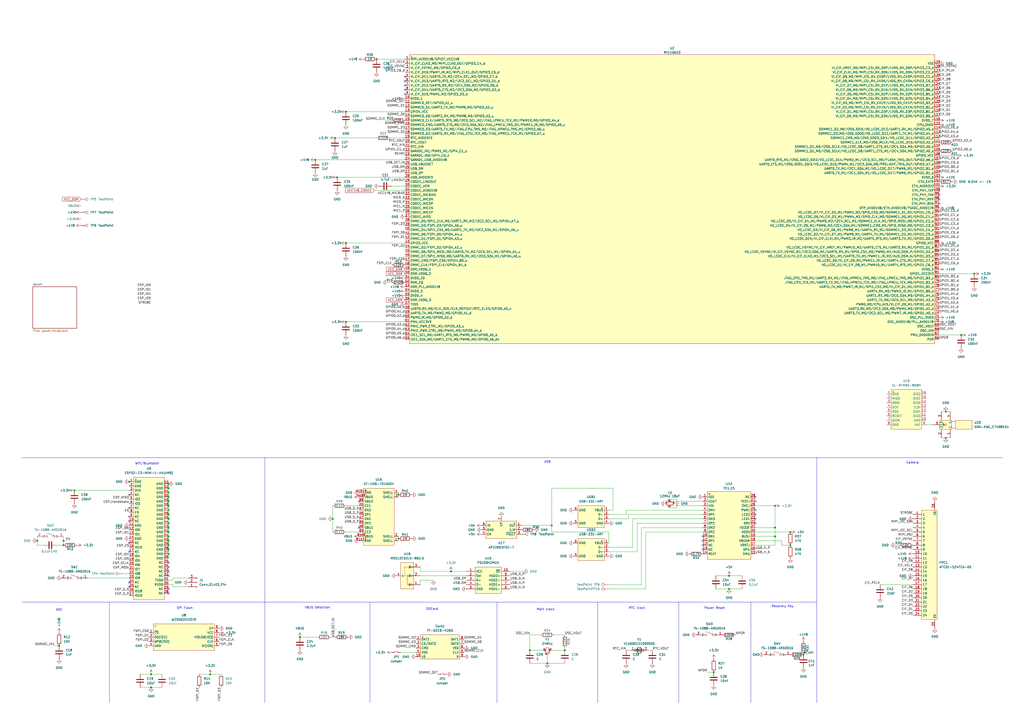
<source format=kicad_sch>
(kicad_sch (version 20231120) (generator "eeschema") (generator_version "8.0")
  (paper "A2")
  (junction (at 466.09 379.73))
  (junction (at 74.93 279.4))
  (junction (at 193.04 300.99))
  (junction (at 87.63 391.16))
  (junction (at 121.92 391.16))
  (junction (at 34.29 374.65))
  (junction (at 548.64 254))
  (junction (at 194.31 80.01))
  (junction (at 557.53 194.31))
  (junction (at 97.79 280.67))
  (junction (at 97.79 295.91))
  (junction (at 97.79 311.15))
  (junction (at 36.83 313.69))
  (junction (at 548.64 238.76))
  (junction (at 97.79 293.37))
  (junction (at 327.66 377.19))
  (junction (at 458.47 316.23))
  (junction (at 87.63 398.78))
  (junction (at 97.79 303.53))
  (junction (at 261.62 331.47))
  (junction (at 449.58 306.07))
  (junction (at 182.88 92.71))
  (junction (at 97.79 316.23))
  (junction (at 317.5 384.81))
  (junction (at 97.79 285.75))
  (junction (at 173.99 369.57))
  (junction (at 97.79 290.83))
  (junction (at 97.79 318.77))
  (junction (at 97.79 300.99))
  (junction (at 458.47 308.61))
  (junction (at 320.04 304.8))
  (junction (at 43.18 284.48))
  (junction (at 97.79 306.07))
  (junction (at 97.79 283.21))
  (junction (at 231.14 287.02))
  (junction (at 422.91 334.01))
  (junction (at 97.79 298.45))
  (junction (at 97.79 313.69))
  (junction (at 97.79 321.31))
  (junction (at 307.34 377.19))
  (junction (at 200.66 64.77))
  (junction (at 231.14 312.42))
  (junction (at 565.15 158.75))
  (junction (at 200.66 186.69))
  (junction (at 414.02 389.89))
  (junction (at 97.79 308.61))
  (junction (at 36.83 316.23))
  (junction (at 422.91 341.63))
  (junction (at 449.58 293.37))
  (junction (at 21.59 313.69))
  (junction (at 200.66 140.97))
  (junction (at 449.58 311.15))
  (junction (at 218.44 34.29))
  (junction (at 97.79 288.29))
  (junction (at 195.58 102.87))
  (no_connect (at 74.93 299.72))
  (no_connect (at 234.95 52.07))
  (no_connect (at 97.79 341.63))
  (no_connect (at 74.93 314.96))
  (no_connect (at 407.67 318.77))
  (no_connect (at 208.28 306.07))
  (no_connect (at 407.67 313.69))
  (no_connect (at 74.93 302.26))
  (no_connect (at 438.15 295.91))
  (no_connect (at 438.15 290.83))
  (no_connect (at 97.79 344.17))
  (no_connect (at 97.79 331.47))
  (no_connect (at 97.79 326.39))
  (no_connect (at 74.93 294.64))
  (no_connect (at 74.93 340.36))
  (no_connect (at 74.93 287.02))
  (no_connect (at 208.28 290.83))
  (no_connect (at 544.83 115.57))
  (no_connect (at 74.93 320.04))
  (no_connect (at 97.79 334.01))
  (no_connect (at 407.67 316.23))
  (no_connect (at 97.79 328.93))
  (no_connect (at 544.83 118.11))
  (no_connect (at 438.15 288.29))
  (no_connect (at 544.83 110.49))
  (no_connect (at 234.95 49.53))
  (no_connect (at 544.83 113.03))
  (no_connect (at 74.93 337.82))
  (no_connect (at 438.15 303.53))
  (no_connect (at 438.15 298.45))
  (no_connect (at 234.95 44.45))
  (no_connect (at 407.67 311.15))
  (no_connect (at 438.15 300.99))
  (no_connect (at 234.95 46.99))
  (no_connect (at 234.95 54.61))
  (wire (pts (xy 36.83 313.69) (xy 38.1 313.69)))
  (wire (pts (xy 194.31 80.01) (xy 218.44 80.01)))
  (wire (pts (xy 392.43 293.37) (xy 392.43 294.64)))
  (wire (pts (xy 363.22 295.91) (xy 363.22 298.45)))
  (wire (pts (xy 544.83 194.31) (xy 557.53 194.31)))
  (wire (pts (xy 392.43 289.56) (xy 392.43 290.83)))
  (polyline (pts (xy 214.63 349.25) (xy 214.63 407.67)))
  (wire (pts (xy 87.63 391.16) (xy 93.98 391.16)))
  (wire (pts (xy 415.29 341.63) (xy 422.91 341.63)))
  (wire (pts (xy 226.06 80.01) (xy 234.95 80.01)))
  (wire (pts (xy 449.58 311.15) (xy 449.58 316.23)))
  (wire (pts (xy 320.04 283.21) (xy 320.04 304.8)))
  (wire (pts (xy 200.66 186.69) (xy 234.95 186.69)))
  (wire (pts (xy 367.03 317.5) (xy 367.03 300.99)))
  (wire (pts (xy 317.5 384.81) (xy 327.66 384.81)))
  (wire (pts (xy 374.65 341.63) (xy 374.65 308.61)))
  (wire (pts (xy 449.58 293.37) (xy 449.58 306.07)))
  (wire (pts (xy 374.65 308.61) (xy 407.67 308.61)))
  (wire (pts (xy 217.17 110.49) (xy 234.95 110.49)))
  (wire (pts (xy 97.79 295.91) (xy 97.79 298.45)))
  (wire (pts (xy 353.06 341.63) (xy 374.65 341.63)))
  (wire (pts (xy 97.79 300.99) (xy 97.79 303.53)))
  (wire (pts (xy 438.15 308.61) (xy 458.47 308.61)))
  (wire (pts (xy 510.54 339.09) (xy 529.59 339.09)))
  (wire (pts (xy 320.04 308.61) (xy 353.06 308.61)))
  (wire (pts (xy 115.57 391.16) (xy 121.92 391.16)))
  (wire (pts (xy 193.04 300.99) (xy 193.04 308.61)))
  (wire (pts (xy 392.43 290.83) (xy 407.67 290.83)))
  (polyline (pts (xy 473.71 265.43) (xy 581.66 265.43)))
  (wire (pts (xy 97.79 298.45) (xy 97.79 300.99)))
  (wire (pts (xy 200.66 64.77) (xy 234.95 64.77)))
  (polyline (pts (xy 63.5 349.25) (xy 346.71 349.25)))
  (wire (pts (xy 173.99 369.57) (xy 184.15 369.57)))
  (wire (pts (xy 392.43 294.64) (xy 388.62 294.64)))
  (polyline (pts (xy 153.67 265.43) (xy 153.67 349.25)))
  (wire (pts (xy 243.84 339.09) (xy 243.84 336.55)))
  (wire (pts (xy 97.79 290.83) (xy 97.79 293.37)))
  (wire (pts (xy 449.58 316.23) (xy 438.15 316.23)))
  (wire (pts (xy 31.75 374.65) (xy 34.29 374.65)))
  (wire (pts (xy 453.39 313.69) (xy 453.39 316.23)))
  (wire (pts (xy 200.66 140.97) (xy 234.95 140.97)))
  (wire (pts (xy 261.62 331.47) (xy 270.51 331.47)))
  (wire (pts (xy 307.34 384.81) (xy 317.5 384.81)))
  (wire (pts (xy 353.06 308.61) (xy 353.06 314.96)))
  (polyline (pts (xy 346.71 349.25) (xy 346.71 407.67)))
  (wire (pts (xy 21.59 316.23) (xy 25.4 316.23)))
  (wire (pts (xy 453.39 316.23) (xy 458.47 316.23)))
  (polyline (pts (xy 346.71 349.25) (xy 393.7 349.25)))
  (polyline (pts (xy 473.71 265.43) (xy 153.67 265.43)))
  (wire (pts (xy 182.88 92.71) (xy 234.95 92.71)))
  (wire (pts (xy 321.31 368.3) (xy 327.66 368.3)))
  (wire (pts (xy 97.79 306.07) (xy 97.79 308.61)))
  (wire (pts (xy 449.58 306.07) (xy 449.58 311.15)))
  (wire (pts (xy 363.22 298.45) (xy 353.06 298.45)))
  (wire (pts (xy 307.34 368.3) (xy 307.34 377.19)))
  (wire (pts (xy 200.66 293.37) (xy 208.28 293.37)))
  (wire (pts (xy 97.79 318.77) (xy 97.79 321.31)))
  (wire (pts (xy 438.15 313.69) (xy 453.39 313.69)))
  (wire (pts (xy 364.49 300.99) (xy 364.49 298.45)))
  (wire (pts (xy 97.79 311.15) (xy 97.79 313.69)))
  (wire (pts (xy 243.84 334.01) (xy 270.51 334.01)))
  (wire (pts (xy 97.79 303.53) (xy 97.79 306.07)))
  (wire (pts (xy 375.92 377.19) (xy 378.46 377.19)))
  (wire (pts (xy 519.43 316.23) (xy 521.97 316.23)))
  (wire (pts (xy 388.62 289.56) (xy 392.43 289.56)))
  (wire (pts (xy 302.26 304.8) (xy 320.04 304.8)))
  (wire (pts (xy 200.66 308.61) (xy 208.28 308.61)))
  (wire (pts (xy 410.21 389.89) (xy 414.02 389.89)))
  (wire (pts (xy 363.22 377.19) (xy 365.76 377.19)))
  (wire (pts (xy 407.67 295.91) (xy 363.22 295.91)))
  (wire (pts (xy 36.83 311.15) (xy 36.83 313.69)))
  (wire (pts (xy 100.33 335.28) (xy 109.22 335.28)))
  (wire (pts (xy 327.66 375.92) (xy 327.66 377.19)))
  (wire (pts (xy 231.14 285.75) (xy 231.14 287.02)))
  (wire (pts (xy 537.21 246.38) (xy 541.02 246.38)))
  (wire (pts (xy 97.79 280.67) (xy 97.79 283.21)))
  (wire (pts (xy 21.59 311.15) (xy 21.59 313.69)))
  (polyline (pts (xy 12.7 349.25) (xy 63.5 349.25)))
  (wire (pts (xy 97.79 339.09) (xy 100.33 339.09)))
  (wire (pts (xy 231.14 311.15) (xy 231.14 312.42)))
  (wire (pts (xy 121.92 391.16) (xy 128.27 391.16)))
  (wire (pts (xy 369.57 303.53) (xy 369.57 320.04)))
  (wire (pts (xy 353.06 300.99) (xy 364.49 300.99)))
  (wire (pts (xy 97.79 308.61) (xy 97.79 311.15)))
  (wire (pts (xy 548.64 238.76) (xy 551.18 238.76)))
  (wire (pts (xy 546.1 254) (xy 548.64 254)))
  (wire (pts (xy 231.14 287.02) (xy 231.14 288.29)))
  (wire (pts (xy 372.11 339.09) (xy 353.06 339.09)))
  (wire (pts (xy 243.84 336.55) (xy 251.46 336.55)))
  (polyline (pts (xy 12.7 265.43) (xy 153.67 265.43)))
  (wire (pts (xy 438.15 306.07) (xy 449.58 306.07)))
  (wire (pts (xy 97.79 321.31) (xy 97.79 323.85)))
  (wire (pts (xy 97.79 316.23) (xy 97.79 318.77)))
  (wire (pts (xy 50.8 335.28) (xy 74.93 335.28)))
  (wire (pts (xy 97.79 288.29) (xy 97.79 290.83)))
  (wire (pts (xy 317.5 379.73) (xy 317.5 384.81)))
  (wire (pts (xy 243.84 331.47) (xy 261.62 331.47)))
  (wire (pts (xy 438.15 293.37) (xy 449.58 293.37)))
  (wire (pts (xy 100.33 339.09) (xy 100.33 340.36)))
  (wire (pts (xy 320.04 377.19) (xy 327.66 377.19)))
  (wire (pts (xy 243.84 328.93) (xy 243.84 331.47)))
  (wire (pts (xy 97.79 283.21) (xy 97.79 285.75)))
  (polyline (pts (xy 435.61 349.25) (xy 473.71 349.25)))
  (wire (pts (xy 195.58 102.87) (xy 234.95 102.87)))
  (wire (pts (xy 367.03 300.99) (xy 407.67 300.99)))
  (wire (pts (xy 544.83 158.75) (xy 565.15 158.75)))
  (polyline (pts (xy 473.71 349.25) (xy 473.71 265.43)))
  (wire (pts (xy 97.79 293.37) (xy 97.79 295.91)))
  (polyline (pts (xy 393.7 349.25) (xy 393.7 407.67)))
  (wire (pts (xy 97.79 285.75) (xy 97.79 288.29)))
  (wire (pts (xy 100.33 340.36) (xy 109.22 340.36)))
  (wire (pts (xy 307.34 377.19) (xy 314.96 377.19)))
  (wire (pts (xy 548.64 254) (xy 551.18 254)))
  (wire (pts (xy 307.34 368.3) (xy 313.69 368.3)))
  (wire (pts (xy 33.02 316.23) (xy 36.83 316.23)))
  (wire (pts (xy 227.33 107.95) (xy 234.95 107.95)))
  (wire (pts (xy 81.28 391.16) (xy 87.63 391.16)))
  (polyline (pts (xy 435.61 349.25) (xy 435.61 407.67)))
  (wire (pts (xy 87.63 398.78) (xy 93.98 398.78)))
  (wire (pts (xy 81.28 398.78) (xy 87.63 398.78)))
  (wire (pts (xy 191.77 369.57) (xy 194.31 369.57)))
  (wire (pts (xy 218.44 34.29) (xy 234.95 34.29)))
  (wire (pts (xy 320.04 304.8) (xy 320.04 308.61)))
  (wire (pts (xy 546.1 238.76) (xy 548.64 238.76)))
  (wire (pts (xy 36.83 313.69) (xy 36.83 316.23)))
  (wire (pts (xy 21.59 313.69) (xy 21.59 316.23)))
  (wire (pts (xy 231.14 312.42) (xy 231.14 313.69)))
  (polyline (pts (xy 288.29 349.25) (xy 288.29 407.67)))
  (polyline (pts (xy 153.67 349.25) (xy 153.67 407.67)))
  (wire (pts (xy 353.06 317.5) (xy 367.03 317.5)))
  (wire (pts (xy 97.79 313.69) (xy 97.79 316.23)))
  (wire (pts (xy 353.06 295.91) (xy 355.6 295.91)))
  (polyline (pts (xy 473.71 349.25) (xy 473.71 407.67)))
  (wire (pts (xy 232.41 378.46) (xy 241.3 378.46)))
  (wire (pts (xy 369.57 320.04) (xy 353.06 320.04)))
  (wire (pts (xy 193.04 293.37) (xy 193.04 300.99)))
  (wire (pts (xy 372.11 306.07) (xy 372.11 339.09)))
  (wire (pts (xy 43.18 284.48) (xy 74.93 284.48)))
  (wire (pts (xy 407.67 306.07) (xy 372.11 306.07)))
  (wire (pts (xy 295.91 331.47) (xy 303.53 331.47)))
  (wire (pts (xy 100.33 336.55) (xy 100.33 335.28)))
  (wire (pts (xy 415.29 334.01) (xy 422.91 334.01)))
  (wire (pts (xy 71.12 332.74) (xy 74.93 332.74)))
  (polyline (pts (xy 393.7 349.25) (xy 435.61 349.25)))
  (wire (pts (xy 422.91 341.63) (xy 430.53 341.63)))
  (wire (pts (xy 223.52 69.85) (xy 227.33 69.85)))
  (wire (pts (xy 355.6 283.21) (xy 320.04 283.21)))
  (wire (pts (xy 438.15 311.15) (xy 449.58 311.15)))
  (wire (pts (xy 544.83 90.17) (xy 554.99 90.17)))
  (wire (pts (xy 364.49 298.45) (xy 407.67 298.45)))
  (wire (pts (xy 224.79 163.83) (xy 227.33 163.83)))
  (wire (pts (xy 355.6 295.91) (xy 355.6 283.21)))
  (wire (pts (xy 97.79 336.55) (xy 100.33 336.55)))
  (polyline (pts (xy 63.5 349.25) (xy 63.5 407.67)))
  (wire (pts (xy 407.67 293.37) (xy 392.43 293.37)))
  (wire (pts (xy 407.67 303.53) (xy 369.57 303.53)))
  (wire (pts (xy 74.93 279.4) (xy 74.93 281.94)))
  (wire (pts (xy 422.91 334.01) (xy 430.53 334.01)))
  (text "SPI Flash" (at 107.188 352.806 0) (effects (font (size 1.27 1.27))))
  (text "Camera" (at 529.336 268.478 0) (effects (font (size 1.27 1.27))))
  (text "RTC clock" (at 369.57 352.806 0) (effects (font (size 1.27 1.27))))
  (text "VBUS Detection" (at 184.15 352.552 0) (effects (font (size 1.27 1.27))))
  (text "Recovery Key" (at 453.898 351.79 0) (effects (font (size 1.27 1.27))))
  (text "Power Reset" (at 414.528 352.806 0) (effects (font (size 1.27 1.27))))
  (text "SDCard" (at 250.698 353.314 0) (effects (font (size 1.27 1.27))))
  (text "ADC" (at 34.29 353.822 0) (effects (font (size 1.27 1.27))))
  (text "USB" (at 317.5 267.97 0) (effects (font (size 1.27 1.27))))
  (text "Wifi/Bluetooth" (at 85.344 268.986 0) (effects (font (size 1.27 1.27))))
  (text "Main clock" (at 316.484 353.568 0) (effects (font (size 1.27 1.27))))
  (label "USB_H_N" (at 438.15 321.31 0))
  (label "CIF_D9" (at 544.83 44.45 0))
  (label "SDMMC_D3" (at 234.95 74.93 180))
  (label "RTC_XIN" (at 363.22 377.19 180))
  (label "GPIO0_A5_d" (at 234.95 194.31 180))
  (label "GPIO1_D2_d" (at 544.83 146.05 0))
  (label "CIF_D1" (at 529.59 354.33 180))
  (label "GPIO1_C1_d" (at 544.83 125.73 0))
  (label "USB_D_N" (at 208.28 295.91 180))
  (label "CIF_D2" (at 544.83 62.23 0))
  (label "USB_DM" (at 234.95 97.79 180))
  (label "SDMMC_D2" (at 241.3 370.84 180))
  (label "GPIO1_C0_d" (at 544.83 123.19 0))
  (label "GPIO1_B1_d" (at 544.83 166.37 0))
  (label "ESP_Handshake" (at 74.93 292.1 180))
  (label "USB_D_P" (at 208.28 298.45 180))
  (label "STROBE" (at 87.63 176.53 180))
  (label "CIF_D0" (at 529.59 356.87 180))
  (label "GPIO2_A5_d" (at 544.83 74.93 0))
  (label "GPIO1_C0_d" (at 544.83 95.25 0))
  (label "SDMMC_CMD" (at 241.3 375.92 180))
  (label "GPIO0_A0_d" (at 234.95 179.07 180))
  (label "CIF_D4" (at 529.59 351.79 180))
  (label "GPIO1_A1_d" (at 544.83 179.07 0))
  (label "LINEOUT" (at 234.95 105.41 180))
  (label "CIF_D7" (at 529.59 336.55 180))
  (label "ESP_MOSI" (at 74.93 330.2 180))
  (label "FSPI_CS0" (at 86.36 367.03 180))
  (label "FSPI_D3" (at 128.27 398.78 270))
  (label "CIF_D5" (at 529.59 346.71 180))
  (label "CIF_HSYNC" (at 529.59 318.77 180))
  (label "CIF_D6" (at 529.59 341.63 180))
  (label "USB_D_N" (at 295.91 336.55 0))
  (label "MIC0_P" (at 234.95 118.11 180))
  (label "ESP_SCLK" (at 74.93 327.66 180))
  (label "GPIO1_C5_d" (at 544.83 135.89 0))
  (label "SDMMC_CMD" (at 234.95 72.39 180))
  (label "ESP_IO1" (at 87.63 168.91 180))
  (label "NPOR" (at 426.72 368.3 0))
  (label "CIF_D4" (at 544.83 57.15 0))
  (label "CIF_D6" (at 544.83 52.07 0))
  (label "CIF_D3" (at 529.59 349.25 180))
  (label "CIF_VSYNC" (at 234.95 39.37 180))
  (label "GPIO3_C6_d" (at 234.95 41.91 180))
  (label "GPIO0_A3_d" (at 234.95 189.23 180))
  (label "GPIO4_C1_d" (at 234.95 87.63 180))
  (label "RTC_XOUT" (at 234.95 82.55 180))
  (label "RCVRY" (at 466.09 379.73 0))
  (label "CIF_HSYNC" (at 544.83 39.37 0))
  (label "USB_H_P" (at 295.91 339.09 0))
  (label "GPIO2_A0_d" (at 552.45 87.63 0))
  (label "SDMMC_D1" (at 269.24 370.84 0))
  (label "FSPI_D3" (at 127 369.57 0))
  (label "SDMMC_D3" (at 241.3 373.38 180))
  (label "GPIO2_A3_d" (at 544.83 80.01 0))
  (label "SDMMC_DET" (at 254 391.16 180))
  (label "ESP_IO0" (at 74.93 307.34 180))
  (label "EN" (at 38.1 313.69 0))
  (label "ESP_IO5" (at 87.63 173.99 180))
  (label "ESP_IO5" (at 74.93 325.12 180))
  (label "ESP_CS" (at 74.93 317.5 180))
  (label "GPIO1_C0_d" (at 544.83 92.71 0))
  (label "CIF_XCLK" (at 234.95 36.83 180))
  (label "ESP_D_P" (at 74.93 345.44 180))
  (label "CIF_D9" (at 529.59 326.39 180))
  (label "FSPI_D0" (at 127 374.65 0))
  (label "USB_H_P" (at 438.15 318.77 0))
  (label "CIF_D0" (at 544.83 67.31 0))
  (label "GPIO1_C4_d" (at 544.83 133.35 0))
  (label "CIF_D3" (at 544.83 59.69 0))
  (label "FSPI_CS0" (at 234.95 151.13 180))
  (label "SDMMC_D0" (at 234.95 67.31 180))
  (label "ESP_IO4" (at 87.63 171.45 180))
  (label "GPIO1_B2_d" (at 544.83 163.83 0))
  (label "USB_D_N" (at 208.28 300.99 180))
  (label "GPIO2_A2_d" (at 552.45 82.55 0))
  (label "GPIO1_D3_d" (at 544.83 148.59 0))
  (label "ESP_IO1" (at 74.93 309.88 180))
  (label "CIF_D1" (at 544.83 64.77 0))
  (label "MIC1_N" (at 234.95 120.65 180))
  (label "CIF_XCLK" (at 529.59 328.93 180))
  (label "SDMMC_CLK" (at 269.24 378.46 0))
  (label "USB_DP" (at 270.51 336.55 180))
  (label "SDMMC_D0" (at 269.24 373.38 0))
  (label "CIF_D7" (at 544.83 49.53 0))
  (label "RTC_XIN" (at 234.95 85.09 180))
  (label "GPIO1_D1_d" (at 544.83 143.51 0))
  (label "MIC1_P" (at 234.95 123.19 180))
  (label "MIPI_I2C_SDA" (at 529.59 303.53 180))
  (label "CIF_D5" (at 544.83 54.61 0))
  (label "GPIO1_A4_d" (at 544.83 171.45 0))
  (label "GPIO0_A1_d" (at 234.95 181.61 180))
  (label "RTC_XOUT" (at 378.46 377.19 0))
  (label "GPIO0_A6_d" (at 234.95 196.85 180))
  (label "FSPI_D1" (at 86.36 369.57 180))
  (label "GPIO1_C6_d" (at 544.83 153.67 0))
  (label "USB_DET_IN" (at 234.95 95.25 180))
  (label "GPIO1_A3_d" (at 544.83 173.99 0))
  (label "OSC_XOUT" (at 544.83 189.23 0))
  (label "CIF_PCLK" (at 510.54 339.09 180))
  (label "FSPI_D2" (at 234.95 143.51 180))
  (label "GPIO0_A4_d" (at 234.95 191.77 180))
  (label "STROBE" (at 529.59 298.45 180))
  (label "SDMMC_D2" (at 234.95 77.47 180))
  (label "VCC1V8_MICBIAS" (at 234.95 113.03 180))
  (label "GPIO1_A2_d" (at 544.83 176.53 0))
  (label "SDMMC_CLK" (at 223.52 69.85 180))
  (label "FSPI_D0" (at 234.95 135.89 180))
  (label "GPIO1_A0_d" (at 544.83 181.61 0))
  (label "CIF_PCLK" (at 544.83 41.91 0))
  (label "FSPI_D3" (at 234.95 130.81 180))
  (label "SARADC_IN1" (at 31.75 374.65 180))
  (label "ESP_MISO" (at 74.93 289.56 180))
  (label "GPIO1_C2_d" (at 544.83 128.27 0))
  (label "ESP_D_N" (at 74.93 342.9 180))
  (label "FSPI_D2" (at 86.36 372.11 180))
  (label "USB_DM" (at 270.51 339.09 180))
  (label "USB_DET_IN" (at 194.31 369.57 90))
  (label "CIF_VSYNC" (at 529.59 313.69 180))
  (label "FSPI_CLK" (at 227.33 153.67 180))
  (label "RCVRY" (at 234.95 90.17 180))
  (label "EN" (at 74.93 297.18 180))
  (label "SDMMC_D1" (at 234.95 62.23 180))
  (label "USB_D_P" (at 295.91 334.01 0))
  (label "GPIO1_C7_d" (at 544.83 151.13 0))
  (label "FSPI_D1" (at 234.95 138.43 180))
  (label "OSC_XOUT" (at 327.66 368.3 0))
  (label "SDMMC_DET" (at 234.95 59.69 180))
  (label "NPOR" (at 410.21 389.89 180))
  (label "OSC_XIN" (at 307.34 368.3 180))
  (label "MIC0_N" (at 234.95 115.57 180))
  (label "NPOR" (at 544.83 196.85 0))
  (label "MIPI_I2C_SCL" (at 529.59 308.61 180))
  (label "GPIO2_A4_d" (at 544.83 77.47 0))
  (label "MIPI_RST" (at 529.59 311.15 180))
  (label "CIF_D2" (at 529.59 344.17 180))
  (label "USB_DP" (at 234.95 100.33 180))
  (label "GPIO2_B1_d" (at 544.83 100.33 0))
  (label "CIF_D8" (at 544.83 46.99 0))
  (label "GPIO1_B0_d" (at 544.83 168.91 0))
  (label "USB_H_N" (at 295.91 341.63 0))
  (label "FSPI_D2" (at 115.57 398.78 270))
  (label "GPIO0_A2_d" (at 234.95 184.15 180))
  (label "CIF_D8" (at 529.59 331.47 180))
  (label "ESP_IO4" (at 74.93 322.58 180))
  (label "OSC_XIN" (at 544.83 191.77 0))
  (label "GPIO1_B3_d" (at 544.83 161.29 0))
  (label "GPIO2_B0_d" (at 544.83 97.79 0))
  (label "ESP_IO0" (at 87.63 166.37 180))
  (label "USB_D_P" (at 208.28 303.53 180))
  (label "GPIO1_D0_d" (at 544.83 138.43 0))
  (label "FSPI_CLK" (at 127 372.11 0))
  (label "GPIO1_C3_d" (at 544.83 130.81 0))
  (global_label "VCC_DDR" (shape input) (at 234.95 156.21 180) (property "Intersheetrefs" "${INTERSHEET_REFS}" (effects (hide yes))))
  (global_label "VCC_DDR" (shape input) (at 234.95 173.99 180) (property "Intersheetrefs" "${INTERSHEET_REFS}" (effects (hide yes))))
  (global_label "VCC1V8_CODEC" (shape input) (at 217.17 110.49 180) (property "Intersheetrefs" "${INTERSHEET_REFS}" (effects (hide yes))))
  (global_label "VCC_DDR" (shape input) (at 46.99 115.57 180) (property "Intersheetrefs" "${INTERSHEET_REFS}" (effects (hide yes))))
  (global_label "VCC_DDR" (shape input) (at 234.95 158.75 180) (property "Intersheetrefs" "${INTERSHEET_REFS}" (effects (hide yes))))
  (symbol (lib_id "power:+1V8") (at 210.82 34.29 90) (unit 1)
    (property "Reference" "#PWR0101" (effects (hide yes)))
    (property "Value" "+1V8" (at 204.724 34.29 90))
    (property "Description" "Power symbol creates a global label with name \"+1V8\"" (effects (hide yes)))
  )
  (symbol (lib_id "Device:C") (at 557.53 198.12 0) (unit 1)
    (property "Reference" "C32" (at 561.34 196.8499 0) (effects (justify left)))
    (property "Value" "100nF" (at 561.34 199.3899 0) (effects (justify left)))
    (property "Footprint" "Capacitor_SMD:C_0402_1005Metric" (effects (hide yes)))
    (property "Description" "Unpolarized capacitor" (effects (hide yes)))
  )
  (symbol (lib_id "power:+1V8") (at 544.83 120.65 270) (unit 1)
    (property "Reference" "#PWR088" (effects (hide yes)))
    (property "Value" "+1V8" (at 550.926 120.65 90))
    (property "Description" "Power symbol creates a global label with name \"+1V8\"" (effects (hide yes)))
  )
  (symbol (lib_id "power:GND") (at 309.88 307.34 90) (unit 1)
    (property "Reference" "#PWR0164" (effects (hide yes)))
    (property "Value" "GND" (at 313.69 307.3399 90) (effects (justify right)))
    (property "Description" "Power symbol creates a global label with name \"GND\" , ground" (effects (hide yes)))
  )
  (symbol (lib_id "Device:R") (at 128.27 394.97 0) (unit 1)
    (property "Reference" "R15" (at 130.81 393.6999 0) (effects (justify left)))
    (property "Value" "10K" (at 130.81 396.2399 0) (effects (justify left)))
    (property "Footprint" "Resistor_SMD:R_0201_0603Metric" (effects (hide yes)))
    (property "Description" "Resistor" (effects (hide yes)))
  )
  (symbol (lib_id "lcsc:AFC01-S24FCA-00") (at 535.94 327.66 0) (unit 1)
    (property "Reference" "FPC1" (at 544.83 326.3899 0) (effects (justify left)))
    (property "Value" "AFC01-S24FCA-00" (at 544.83 328.9299 0) (effects (justify left)))
    (property "Footprint" "lcsc:FPC-SMD_P0.50-24P_FGS-XJ-H2.0" (effects (hide yes)))
    (property "Datasheet" "https://lcsc.com/product-detail/FPC-Connectors_JUSHUO-AFC01-S24FCA-00_C262669.html" (effects (hide yes)))
    (property "LCSC Part" "C262669" (effects (hide yes)))
  )
  (symbol (lib_id "lcsc:TS-1088-AR02016") (at 411.48 368.3 0) (mirror y) (unit 1)
    (property "Reference" "SW3" (at 411.48 361.95 0))
    (property "Value" "TS-1088-AR02016" (at 411.48 364.49 0))
    (property "Footprint" "lcsc:SW-SMD_L3.9-W3.0-P4.45" (effects (hide yes)))
    (property "Datasheet" "https://lcsc.com/product-detail/Tactile-Switches_XUNPU-TS-1088-AR02016_C720477.html" (effects (hide yes)))
    (property "LCSC Part" "C720477" (effects (hide yes)))
  )
  (symbol (lib_id "power:GND") (at 332.74 314.96 270) (unit 1)
    (property "Reference" "#PWR0147" (effects (hide yes)))
    (property "Value" "GND" (at 328.93 314.9599 90) (effects (justify right)))
    (property "Description" "Power symbol creates a global label with name \"GND\" , ground" (effects (hide yes)))
  )
  (symbol (lib_id "power:+5V") (at 279.4 304.8 90) (unit 1)
    (property "Reference" "#PWR0166" (effects (hide yes)))
    (property "Value" "+5V" (at 275.59 304.7999 90) (effects (justify left)))
    (property "Description" "Power symbol creates a global label with name \"+5V\"" (effects (hide yes)))
  )
  (symbol (lib_id "power:GND") (at 443.23 379.73 270) (mirror x) (unit 1)
    (property "Reference" "#PWR0118" (effects (hide yes)))
    (property "Value" "GND" (at 440.69 379.73 90) (effects (justify right)))
    (property "Description" "Power symbol creates a global label with name \"GND\" , ground" (effects (hide yes)))
  )
  (symbol (lib_id "Connector:TestPoint") (at 302.26 309.88 270) (unit 1)
    (property "Reference" "TP8" (at 307.594 309.88 90) (effects (justify left)))
    (property "Value" "TestPoint" (at 312.42 309.88 90) (effects (justify left)))
    (property "Footprint" "TestPoint:TestPoint_Pad_D1.0mm" (effects (hide yes)))
    (property "Description" "test point" (effects (hide yes)))
  )
  (symbol (lib_id "Device:C") (at 223.52 107.95 90) (unit 1)
    (property "Reference" "C21" (at 223.52 101.6 90))
    (property "Value" "4.7uF" (at 223.52 104.14 90))
    (property "Footprint" "Capacitor_SMD:C_0805_2012Metric" (effects (hide yes)))
    (property "Description" "Unpolarized capacitor" (effects (hide yes)))
  )
  (symbol (lib_id "power:+3.3V") (at 565.15 158.75 270) (unit 1)
    (property "Reference" "#PWR096" (effects (hide yes)))
    (property "Value" "+3.3V" (at 568.96 158.7499 90) (effects (justify left)))
    (property "Description" "Power symbol creates a global label with name \"+3.3V\"" (effects (hide yes)))
  )
  (symbol (lib_id "power:+1V0") (at 544.83 184.15 270) (unit 1)
    (property "Reference" "#PWR059" (effects (hide yes)))
    (property "Value" "+1V0" (at 548.64 184.1499 90) (effects (justify left)))
    (property "Description" "Power symbol creates a global label with name \"+1V0\"" (effects (hide yes)))
  )
  (symbol (lib_id "power:GND") (at 224.79 163.83 270) (unit 1)
    (property "Reference" "#PWR061" (effects (hide yes)))
    (property "Value" "GND" (at 220.98 163.8299 90) (effects (justify right)))
    (property "Description" "Power symbol creates a global label with name \"GND\" , ground" (effects (hide yes)))
  )
  (symbol (lib_id "power:+1V0") (at 544.83 72.39 270) (unit 1)
    (property "Reference" "#PWR091" (effects (hide yes)))
    (property "Value" "+1V0" (at 548.64 72.3899 90) (effects (justify left)))
    (property "Description" "Power symbol creates a global label with name \"+1V0\"" (effects (hide yes)))
  )
  (symbol (lib_id "Device:C") (at 29.21 316.23 90) (unit 1)
    (property "Reference" "C40" (at 31.242 319.786 90))
    (property "Value" "0.1uF" (at 26.67 319.786 90))
    (property "Footprint" "Capacitor_SMD:C_0402_1005Metric" (effects (hide yes)))
    (property "Description" "Unpolarized capacitor" (effects (hide yes)))
  )
  (symbol (lib_id "power:+5V") (at 458.47 308.61 270) (unit 1)
    (property "Reference" "#PWR0173" (effects (hide yes)))
    (property "Value" "+5V" (at 462.28 308.6099 90) (effects (justify left)))
    (property "Description" "Power symbol creates a global label with name \"+5V\"" (effects (hide yes)))
  )
  (symbol (lib_id "Device:R") (at 414.02 386.08 0) (unit 1)
    (property "Reference" "R27" (at 416.56 384.8099 0) (effects (justify left)))
    (property "Value" "1K" (at 416.56 387.3499 0) (effects (justify left)))
    (property "Footprint" "Resistor_SMD:R_0201_0603Metric" (effects (hide yes)))
    (property "Description" "Resistor" (effects (hide yes)))
  )
  (symbol (lib_id "power:GND") (at 193.04 300.99 270) (unit 1)
    (property "Reference" "#PWR0177" (effects (hide yes)))
    (property "Value" "GND" (at 189.23 300.9899 90) (effects (justify right)))
    (property "Description" "Power symbol creates a global label with name \"GND\" , ground" (effects (hide yes)))
  )
  (symbol (lib_id "power:GND") (at 519.43 316.23 270) (unit 1)
    (property "Reference" "#PWR0125" (effects (hide yes)))
    (property "Value" "GND" (at 515.62 316.2299 90) (effects (justify right)))
    (property "Description" "Power symbol creates a global label with name \"GND\" , ground" (effects (hide yes)))
  )
  (symbol (lib_id "power:VBUS") (at 208.28 311.15 90) (unit 1)
    (property "Reference" "#PWR0179" (effects (hide yes)))
    (property "Value" "VBUS" (at 204.47 311.1499 90) (effects (justify left)))
    (property "Description" "Power symbol creates a global label with name \"VBUS\"" (effects (hide yes)))
  )
  (symbol (lib_id "Device:C") (at 378.46 381 0) (unit 1)
    (property "Reference" "C31" (at 382.27 379.7299 0) (effects (justify left)))
    (property "Value" "C" (at 382.27 382.2699 0) (effects (justify left)))
    (property "Footprint" "Capacitor_SMD:C_0201_0603Metric" (effects (hide yes)))
    (property "Description" "Unpolarized capacitor" (effects (hide yes)))
  )
  (symbol (lib_id "power:GND") (at 241.3 381 270) (unit 1)
    (property "Reference" "#PWR074" (effects (hide yes)))
    (property "Value" "GND" (at 237.49 380.9999 90) (effects (justify right)))
    (property "Description" "Power symbol creates a global label with name \"GND\" , ground" (effects (hide yes)))
  )
  (symbol (lib_id "Device:R") (at 231.14 153.67 90) (unit 1)
    (property "Reference" "R13" (at 231.14 151.638 90))
    (property "Value" "22R" (at 231.14 153.67 90))
    (property "Footprint" "Resistor_SMD:R_0201_0603Metric" (effects (hide yes)))
    (property "Description" "Resistor" (effects (hide yes)))
  )
  (symbol (lib_id "lcsc:FE1.1S") (at 422.91 304.8 0) (unit 1)
    (property "Reference" "U12" (at 422.91 280.67 0))
    (property "Value" "FE1.1S" (at 422.91 283.21 0))
    (property "Footprint" "lcsc:SSOP-28_L9.9-W3.9-P0.64-LS6.0-BL-1" (effects (hide yes)))
    (property "Datasheet" "https://lcsc.com/product-detail/USB_FE1-1S_C9359.html" (effects (hide yes)))
    (property "LCSC Part" "C9359" (effects (hide yes)))
  )
  (symbol (lib_id "power:GND") (at 270.51 341.63 270) (unit 1)
    (property "Reference" "#PWR0168" (effects (hide yes)))
    (property "Value" "GND" (at 266.7 341.6299 90) (effects (justify right)))
    (property "Description" "Power symbol creates a global label with name \"GND\" , ground" (effects (hide yes)))
  )
  (symbol (lib_id "power:GND") (at 332.74 303.53 270) (unit 1)
    (property "Reference" "#PWR0148" (effects (hide yes)))
    (property "Value" "GND" (at 328.93 303.5299 90) (effects (justify right)))
    (property "Description" "Power symbol creates a global label with name \"GND\" , ground" (effects (hide yes)))
  )
  (symbol (lib_id "power:GND") (at 195.58 110.49 0) (unit 1)
    (property "Reference" "#PWR0100" (effects (hide yes)))
    (property "Value" "GND" (at 195.58 115.57 0))
    (property "Description" "Power symbol creates a global label with name \"GND\" , ground" (effects (hide yes)))
  )
  (symbol (lib_id "Device:R") (at 198.12 369.57 90) (unit 1)
    (property "Reference" "R19" (at 198.12 367.03 90))
    (property "Value" "18K" (at 198.12 369.57 90))
    (property "Footprint" "Resistor_SMD:R_0201_0603Metric" (effects (hide yes)))
    (property "Description" "Resistor" (effects (hide yes)))
  )
  (symbol (lib_id "power:VBUS") (at 208.28 288.29 90) (unit 1)
    (property "Reference" "#PWR0178" (effects (hide yes)))
    (property "Value" "VBUS" (at 204.47 288.2899 90) (effects (justify left)))
    (property "Description" "Power symbol creates a global label with name \"VBUS\"" (effects (hide yes)))
  )
  (symbol (lib_id "power:+3.3V") (at 43.18 284.48 90) (unit 1)
    (property "Reference" "#PWR0111" (effects (hide yes)))
    (property "Value" "+3.3V" (at 40.64 284.4799 90) (effects (justify left)))
    (property "Description" "Power symbol creates a global label with name \"+3.3V\"" (effects (hide yes)))
  )
  (symbol (lib_id "power:GND") (at 109.22 337.82 270) (unit 1)
    (property "Reference" "#PWR0114" (effects (hide yes)))
    (property "Value" "GND" (at 105.41 337.8199 90) (effects (justify right)))
    (property "Description" "Power symbol creates a global label with name \"GND\" , ground" (effects (hide yes)))
  )
  (symbol (lib_id "power:+1V0") (at 544.83 69.85 270) (unit 1)
    (property "Reference" "#PWR058" (effects (hide yes)))
    (property "Value" "+1V0" (at 548.64 69.8499 90) (effects (justify left)))
    (property "Description" "Power symbol creates a global label with name \"+1V0\"" (effects (hide yes)))
  )
  (symbol (lib_id "power:GND") (at 238.76 287.02 90) (unit 1)
    (property "Reference" "#PWR0183" (effects (hide yes)))
    (property "Value" "GND" (at 242.57 287.0199 90) (effects (justify right)))
    (property "Description" "Power symbol creates a global label with name \"GND\" , ground" (effects (hide yes)))
  )
  (symbol (lib_id "lcsc:USB-231-ARY") (at 342.9 300.99 0) (mirror y) (unit 1)
    (property "Reference" "USB1" (at 342.9 288.29 0))
    (property "Value" "USB-231-ARY" (at 342.9 290.83 0))
    (property "Footprint" "lcsc:USB-A-TH_USB-231-ARY" (effects (hide yes)))
    (property "Datasheet" "https://lcsc.com/product-detail/USB-Connectors_XUNPU-USB-231-ARY_C720525.html" (effects (hide yes)))
    (property "LCSC Part" "C720525" (effects (hide yes)))
  )
  (symbol (lib_id "power:GND") (at 400.05 321.31 270) (unit 1)
    (property "Reference" "#PWR0143" (effects (hide yes)))
    (property "Value" "GND" (at 396.24 321.3099 90) (effects (justify right)))
    (property "Description" "Power symbol creates a global label with name \"GND\" , ground" (effects (hide yes)))
  )
  (symbol (lib_id "power:+5V") (at 422.91 334.01 0) (unit 1)
    (property "Reference" "#PWR0175" (effects (hide yes)))
    (property "Value" "+5V" (at 422.91 328.93 0))
    (property "Description" "Power symbol creates a global label with name \"+5V\"" (effects (hide yes)))
  )
  (symbol (lib_id "power:+1V5") (at 529.59 321.31 90) (unit 1)
    (property "Reference" "#PWR0134" (effects (hide yes)))
    (property "Value" "+1V5" (at 525.78 321.3099 90) (effects (justify left)))
    (property "Description" "Power symbol creates a global label with name \"+1V5\"" (effects (hide yes)))
  )
  (symbol (lib_id "power:+3.3V") (at 194.31 80.01 90) (unit 1)
    (property "Reference" "#PWR083" (effects (hide yes)))
    (property "Value" "+3.3V" (at 190.5 80.0099 90) (effects (justify left)))
    (property "Description" "Power symbol creates a global label with name \"+3.3V\"" (effects (hide yes)))
  )
  (symbol (lib_id "lcsc:TF-021B-H265") (at 255.27 374.65 0) (unit 1)
    (property "Reference" "Card1" (at 255.27 363.22 0))
    (property "Value" "TF-021B-H265" (at 255.27 365.76 0))
    (property "Footprint" "lcsc:TF-SMD_TF-021B-H265" (effects (hide yes)))
    (property "Datasheet" "https://lcsc.com/product-detail/New-Arrivals_SOFNG-TF-021B-H265_C498185.html" (effects (hide yes)))
    (property "LCSC Part" "C498185" (effects (hide yes)))
  )
  (symbol (lib_id "power:+3.3V") (at 261.62 331.47 0) (unit 1)
    (property "Reference" "#PWR0169" (effects (hide yes)))
    (property "Value" "+3.3V" (at 261.62 326.39 0))
    (property "Description" "Power symbol creates a global label with name \"+3.3V\"" (effects (hide yes)))
  )
  (symbol (lib_id "power:GND") (at 557.53 201.93 0) (unit 1)
    (property "Reference" "#PWR093" (effects (hide yes)))
    (property "Value" "GND" (at 557.53 207.01 0))
    (property "Description" "Power symbol creates a global label with name \"GND\" , ground" (effects (hide yes)))
  )
  (symbol (lib_id "lcsc:GT-USB-7010ASV") (at 220.98 300.99 0) (unit 1)
    (property "Reference" "U16" (at 219.71 278.13 0))
    (property "Value" "GT-USB-7010ASV" (at 219.71 280.67 0))
    (property "Footprint" "lcsc:USB-C-SMD_G-SWITCH_GT-USB-7010ASV" (effects (hide yes)))
    (property "LCSC Part" "C2988369" (effects (hide yes)))
  )
  (symbol (lib_id "Device:C") (at 194.31 83.82 0) (unit 1)
    (property "Reference" "C27" (at 198.12 82.5499 0) (effects (justify left)))
    (property "Value" "1uF" (at 198.12 85.0899 0) (effects (justify left)))
    (property "Footprint" "Capacitor_SMD:C_0402_1005Metric" (effects (hide yes)))
    (property "Description" "Unpolarized capacitor" (effects (hide yes)))
  )
  (symbol (lib_id "power:GND") (at 542.29 290.83 180) (unit 1)
    (property "Reference" "#PWR0121" (effects (hide yes)))
    (property "Value" "GND" (at 542.29 285.75 0))
    (property "Description" "Power symbol creates a global label with name \"GND\" , ground" (effects (hide yes)))
  )
  (symbol (lib_id "Device:R") (at 306.07 307.34 90) (unit 1)
    (property "Reference" "R36" (at 310.896 305.816 90))
    (property "Value" "18K" (at 306.07 307.34 90))
    (property "Footprint" "Resistor_SMD:R_0402_1005Metric" (effects (hide yes)))
    (property "Description" "Resistor" (effects (hide yes)))
  )
  (symbol (lib_id "Device:C") (at 182.88 96.52 0) (unit 1)
    (property "Reference" "C37" (at 186.69 95.2499 0) (effects (justify left)))
    (property "Value" "1uF" (at 186.69 97.7899 0) (effects (justify left)))
    (property "Footprint" "Capacitor_SMD:C_0402_1005Metric" (effects (hide yes)))
    (property "Description" "Unpolarized capacitor" (effects (hide yes)))
  )
  (symbol (lib_id "Device:C") (at 363.22 381 0) (unit 1)
    (property "Reference" "C30" (at 367.03 379.7299 0) (effects (justify left)))
    (property "Value" "C" (at 367.03 382.2699 0) (effects (justify left)))
    (property "Footprint" "Capacitor_SMD:C_0201_0603Metric" (effects (hide yes)))
    (property "Description" "Unpolarized capacitor" (effects (hide yes)))
  )
  (symbol (lib_id "power:GND") (at 466.09 387.35 0) (unit 1)
    (property "Reference" "#PWR0119" (effects (hide yes)))
    (property "Value" "GND" (at 466.09 392.43 0))
    (property "Description" "Power symbol creates a global label with name \"GND\" , ground" (effects (hide yes)))
  )
  (symbol (lib_id "lcsc:TS-1088-AR02016") (at 29.21 311.15 0) (mirror y) (unit 1)
    (property "Reference" "SW2" (at 29.21 304.8 0))
    (property "Value" "TS-1088-AR02016" (at 29.21 307.34 0))
    (property "Footprint" "lcsc:SW-SMD_L3.9-W3.0-P4.45" (effects (hide yes)))
    (property "Datasheet" "https://lcsc.com/product-detail/Tactile-Switches_XUNPU-TS-1088-AR02016_C720477.html" (effects (hide yes)))
    (property "LCSC Part" "C720477" (effects (hide yes)))
  )
  (symbol (lib_id "power:GND") (at 251.46 336.55 0) (unit 1)
    (property "Reference" "#PWR0170" (effects (hide yes)))
    (property "Value" "GND" (at 251.46 341.6727 0))
    (property "Description" "Power symbol creates a global label with name \"GND\" , ground" (effects (hide yes)))
  )
  (symbol (lib_id "Device:C") (at 466.09 383.54 0) (unit 1)
    (property "Reference" "C41" (at 468.884 383.54 0) (effects (justify left)))
    (property "Value" "1nF" (at 468.884 385.826 0) (effects (justify left)))
    (property "Footprint" "Capacitor_SMD:C_0402_1005Metric" (effects (hide yes)))
    (property "Description" "Unpolarized capacitor" (effects (hide yes)))
  )
  (symbol (lib_id "lcsc:W25N02KVZEIR") (at 106.68 369.57 0) (unit 1)
    (property "Reference" "U8" (at 106.68 356.87 0))
    (property "Value" "W25N02KVZEIR" (at 106.68 359.41 0))
    (property "Footprint" "lcsc:WSON-8_L8.0-W6.0-P1.27-TL-EP-1" (effects (hide yes)))
    (property "LCSC Part" "C3010298" (effects (hide yes)))
  )
  (symbol (lib_id "power:GND") (at 386.08 292.1 270) (unit 1)
    (property "Reference" "#PWR0141" (effects (hide yes)))
    (property "Value" "GND" (at 382.27 292.0999 90) (effects (justify right)))
    (property "Description" "Power symbol creates a global label with name \"GND\" , ground" (effects (hide yes)))
  )
  (symbol (lib_id "power:GND") (at 219.71 107.95 270) (unit 1)
    (property "Reference" "#PWR066" (effects (hide yes)))
    (property "Value" "GND" (at 215.9 107.9499 90) (effects (justify right)))
    (property "Description" "Power symbol creates a global label with name \"GND\" , ground" (effects (hide yes)))
  )
  (symbol (lib_id "power:GND") (at 86.36 374.65 270) (unit 1)
    (property "Reference" "#PWR046" (effects (hide yes)))
    (property "Value" "GND" (at 82.55 374.6499 90) (effects (justify right)))
    (property "Description" "Power symbol creates a global label with name \"GND\" , ground" (effects (hide yes)))
  )
  (symbol (lib_id "power:+3.3V") (at 44.45 316.23 270) (unit 1)
    (property "Reference" "#PWR0116" (effects (hide yes)))
    (property "Value" "+3.3V" (at 48.26 316.2299 90) (effects (justify left)))
    (property "Description" "Power symbol creates a global label with name \"+3.3V\"" (effects (hide yes)))
  )
  (symbol (lib_id "power:GND") (at 87.63 398.78 0) (unit 1)
    (property "Reference" "#PWR050" (effects (hide yes)))
    (property "Value" "GND" (at 87.63 403.86 0))
    (property "Description" "Power symbol creates a global label with name \"GND\" , ground" (effects (hide yes)))
  )
  (symbol (lib_id "power:+3.3V") (at 544.83 107.95 270) (unit 1)
    (property "Reference" "#PWR064" (effects (hide yes)))
    (property "Value" "+3.3V" (at 548.64 107.9499 90) (effects (justify left)))
    (property "Description" "Power symbol creates a global label with name \"+3.3V\"" (effects (hide yes)))
  )
  (symbol (lib_id "power:GND") (at 269.24 381 90) (unit 1)
    (property "Reference" "#PWR075" (effects (hide yes)))
    (property "Value" "GND" (at 273.05 380.9999 90) (effects (justify right)))
    (property "Description" "Power symbol creates a global label with name \"GND\" , ground" (effects (hide yes)))
  )
  (symbol (lib_id "power:+3.3V") (at 87.63 391.16 0) (unit 1)
    (property "Reference" "#PWR049" (effects (hide yes)))
    (property "Value" "+3.3V" (at 87.63 386.08 0))
    (property "Description" "Power symbol creates a global label with name \"+3.3V\"" (effects (hide yes)))
  )
  (symbol (lib_id "power:+1V8") (at 529.59 323.85 90) (unit 1)
    (property "Reference" "#PWR0127" (effects (hide yes)))
    (property "Value" "+1V8" (at 523.494 323.85 90))
    (property "Description" "Power symbol creates a global label with name \"+1V8\"" (effects (hide yes)))
  )
  (symbol (lib_id "power:GND") (at 127 364.49 90) (unit 1)
    (property "Reference" "#PWR047" (effects (hide yes)))
    (property "Value" "GND" (at 130.81 364.4899 90) (effects (justify right)))
    (property "Description" "Power symbol creates a global label with name \"GND\" , ground" (effects (hide yes)))
  )
  (symbol (lib_id "power:GND") (at 74.93 312.42 270) (unit 1)
    (property "Reference" "#PWR0110" (effects (hide yes)))
    (property "Value" "GND" (at 71.12 312.4199 90) (effects (justify right)))
    (property "Description" "Power symbol creates a global label with name \"GND\" , ground" (effects (hide yes)))
  )
  (symbol (lib_id "Device:R") (at 214.63 34.29 90) (unit 1)
    (property "Reference" "R26" (at 214.63 31.75 90))
    (property "Value" "1R" (at 214.63 34.29 90))
    (property "Footprint" "Resistor_SMD:R_0201_0603Metric" (effects (hide yes)))
    (property "Description" "Resistor" (effects (hide yes)))
  )
  (symbol (lib_id "Jumper:Jumper_2_Small_Bridged") (at 256.54 391.16 0) (unit 1) (exclude_from_sim yes)
    (property "Reference" "JP2" (at 256.54 393.7 0))
    (property "Value" "Jumper" (at 256.54 396.24 0))
    (property "Footprint" "TestPoint:TestPoint_2Pads_Pitch2.54mm_Drill0.8mm" (effects (hide yes)))
    (property "Description" "Jumper, 2-pole, small symbol, bridged" (effects (hide yes)))
  )
  (symbol (lib_id "power:+1V0") (at 234.95 171.45 90) (unit 1)
    (property "Reference" "#PWR055" (effects (hide yes)))
    (property "Value" "+1V0" (at 232.41 171.4499 90) (effects (justify left)))
    (property "Description" "Power symbol creates a global label with name \"+1V0\"" (effects (hide yes)))
  )
  (symbol (lib_id "Device:R") (at 234.95 312.42 90) (unit 1)
    (property "Reference" "R41" (at 234.95 310.134 90))
    (property "Value" "1M" (at 234.95 312.42 90))
    (property "Footprint" "Resistor_SMD:R_0201_0603Metric" (effects (hide yes)))
    (property "Description" "Resistor" (effects (hide yes)))
  )
  (symbol (lib_id "power:GND") (at 208.28 285.75 270) (unit 1)
    (property "Reference" "#PWR0180" (effects (hide yes)))
    (property "Value" "GND" (at 204.47 285.7499 90) (effects (justify right)))
    (property "Description" "Power symbol creates a global label with name \"GND\" , ground" (effects (hide yes)))
  )
  (symbol (lib_id "lcsc:USB-231-ARY") (at 342.9 320.04 0) (mirror y) (unit 1)
    (property "Reference" "USB2" (at 342.9 307.34 0))
    (property "Value" "USB-231-ARY" (at 342.9 309.88 0))
    (property "Footprint" "lcsc:USB-A-TH_USB-231-ARY" (effects (hide yes)))
    (property "Datasheet" "https://lcsc.com/product-detail/USB-Connectors_XUNPU-USB-231-ARY_C720525.html" (effects (hide yes)))
    (property "LCSC Part" "C720525" (effects (hide yes)))
  )
  (symbol (lib_id "power:GND") (at 542.29 364.49 0) (unit 1)
    (property "Reference" "#PWR0122" (effects (hide yes)))
    (property "Value" "GND" (at 542.29 369.2156 0))
    (property "Description" "Power symbol creates a global label with name \"GND\" , ground" (effects (hide yes)))
  )
  (symbol (lib_id "power:GND") (at 353.06 303.53 90) (unit 1)
    (property "Reference" "#PWR0144" (effects (hide yes)))
    (property "Value" "GND" (at 356.87 303.5299 90) (effects (justify right)))
    (property "Description" "Power symbol creates a global label with name \"GND\" , ground" (effects (hide yes)))
  )
  (symbol (lib_id "power:+3.3V") (at 200.66 186.69 90) (unit 1)
    (property "Reference" "#PWR094" (effects (hide yes)))
    (property "Value" "+3.3V" (at 198.12 186.6899 90) (effects (justify left)))
    (property "Description" "Power symbol creates a global label with name \"+3.3V\"" (effects (hide yes)))
  )
  (symbol (lib_id "power:GND") (at 332.74 295.91 270) (unit 1)
    (property "Reference" "#PWR0149" (effects (hide yes)))
    (property "Value" "GND" (at 328.93 295.9099 90) (effects (justify right)))
    (property "Description" "Power symbol creates a global label with name \"GND\" , ground" (effects (hide yes)))
  )
  (symbol (lib_id "lcsc:TS-1088-AR02016") (at 450.85 379.73 0) (mirror y) (unit 1)
    (property "Reference" "SW4" (at 450.85 373.38 0))
    (property "Value" "TS-1088-AR02016" (at 450.85 375.92 0))
    (property "Footprint" "lcsc:SW-SMD_L3.9-W3.0-P4.45" (effects (hide yes)))
    (property "Datasheet" "https://lcsc.com/product-detail/Tactile-Switches_XUNPU-TS-1088-AR02016_C720477.html" (effects (hide yes)))
    (property "LCSC Part" "C720477" (effects (hide yes)))
  )
  (symbol (lib_id "lcsc:FSUSB42MUX") (at 283.21 336.55 0) (unit 1)
    (property "Reference" "U15" (at 283.21 323.85 0))
    (property "Value" "FSUSB42MUX" (at 283.21 326.39 0))
    (property "Footprint" "lcsc:MSOP-10_L3.0-W3.0-P0.50-LS5.0-BL" (effects (hide yes)))
    (property "Datasheet" "https://lcsc.com/product-detail/USB_FAIRCHILD_FSUSB42MUX_FSUSB42MUX_C11355.html" (effects (hide yes)))
    (property "LCSC Part" "C11355" (effects (hide yes)))
  )
  (symbol (lib_id "Device:C") (at 81.28 394.97 0) (unit 1)
    (property "Reference" "C19" (at 85.09 393.6999 0) (effects (justify left)))
    (property "Value" "10uF" (at 85.09 396.2399 0) (effects (justify left)))
    (property "Footprint" "Capacitor_SMD:C_0805_2012Metric" (effects (hide yes)))
    (property "Description" "Unpolarized capacitor" (effects (hide yes)))
  )
  (symbol (lib_id "power:GND") (at 208.28 313.69 270) (unit 1)
    (property "Reference" "#PWR0181" (effects (hide yes)))
    (property "Value" "GND" (at 204.47 313.6899 90) (effects (justify right)))
    (property "Description" "Power symbol creates a global label with name \"GND\" , ground" (effects (hide yes)))
  )
  (symbol (lib_id "Device:R") (at 548.64 87.63 90) (unit 1)
    (property "Reference" "R21" (at 553.72 89.154 90))
    (property "Value" "22R" (at 548.64 87.63 90))
    (property "Footprint" "Resistor_SMD:R_0201_0603Metric" (effects (hide yes)))
    (property "Description" "Resistor" (effects (hide yes)))
  )
  (symbol (lib_id "power:GND") (at 74.93 279.4 270) (unit 1)
    (property "Reference" "#PWR0108" (effects (hide yes)))
    (property "Value" "GND" (at 71.12 279.3999 90) (effects (justify right)))
    (property "Description" "Power symbol creates a global label with name \"GND\" , ground" (effects (hide yes)))
  )
  (symbol (lib_id "power:GND") (at 234.95 125.73 270) (unit 1)
    (property "Reference" "#PWR065" (effects (hide yes)))
    (property "Value" "GND" (at 231.14 125.7299 90) (effects (justify right)))
    (property "Description" "Power symbol creates a global label with name \"GND\" , ground" (effects (hide yes)))
  )
  (symbol (lib_id "Connector:TestPoint") (at 46.99 123.19 270) (unit 1)
    (property "Reference" "TP7" (at 52.324 123.19 90) (effects (justify left)))
    (property "Value" "TestPoint" (at 56.896 123.19 90) (effects (justify left)))
    (property "Footprint" "TestPoint:TestPoint_Pad_D1.0mm" (effects (hide yes)))
    (property "Description" "test point" (effects (hide yes)))
  )
  (symbol (lib_id "power:+3.3V") (at 200.66 140.97 90) (unit 1)
    (property "Reference" "#PWR080" (effects (hide yes)))
    (property "Value" "+3.3V" (at 198.12 140.9699 90) (effects (justify left)))
    (property "Description" "Power symbol creates a global label with name \"+3.3V\"" (effects (hide yes)))
  )
  (symbol (lib_id "power:GND") (at 182.88 100.33 0) (unit 1)
    (property "Reference" "#PWR0104" (effects (hide yes)))
    (property "Value" "GND" (at 182.88 104.14 0))
    (property "Description" "Power symbol creates a global label with name \"GND\" , ground" (effects (hide yes)))
  )
  (symbol (lib_id "power:+3.3V") (at 121.92 391.16 0) (unit 1)
    (property "Reference" "#PWR051" (effects (hide yes)))
    (property "Value" "+3.3V" (at 121.92 386.08 0))
    (property "Description" "Power symbol creates a global label with name \"+3.3V\"" (effects (hide yes)))
  )
  (symbol (lib_id "power:GND") (at 458.47 323.85 0) (unit 1)
    (property "Reference" "#PWR0174" (effects (hide yes)))
    (property "Value" "GND" (at 458.47 328.93 0))
    (property "Description" "Power symbol creates a global label with name \"GND\" , ground" (effects (hide yes)))
  )
  (symbol (lib_id "power:GND") (at 317.5 384.81 0) (unit 1)
    (property "Reference" "#PWR086" (effects (hide yes)))
    (property "Value" "GND" (at 317.5 389.89 0))
    (property "Description" "Power symbol creates a global label with name \"GND\" , ground" (effects (hide yes)))
  )
  (symbol (lib_id "power:GND") (at 34.29 382.27 0) (unit 1)
    (property "Reference" "#PWR045" (effects (hide yes)))
    (property "Value" "GND" (at 34.29 387.35 0))
    (property "Description" "Power symbol creates a global label with name \"GND\" , ground" (effects (hide yes)))
  )
  (symbol (lib_id "power:GND") (at 74.93 304.8 270) (unit 1)
    (property "Reference" "#PWR0109" (effects (hide yes)))
    (property "Value" "GND" (at 71.12 304.7999 90) (effects (justify right)))
    (property "Description" "Power symbol creates a global label with name \"GND\" , ground" (effects (hide yes)))
  )
  (symbol (lib_id "power:+3.3V") (at 195.58 102.87 90) (unit 1)
    (property "Reference" "#PWR099" (effects (hide yes)))
    (property "Value" "+3.3V" (at 193.04 102.8699 90) (effects (justify left)))
    (property "Description" "Power symbol creates a global label with name \"+3.3V\"" (effects (hide yes)))
  )
  (symbol (lib_id "lcsc:ESP32-C3-MINI-1-H4(4MB)") (at 86.36 312.42 0) (unit 1)
    (property "Reference" "U9" (at 86.36 271.78 0))
    (property "Value" "ESP32-C3-MINI-1-H4(4MB)" (at 86.36 274.32 0))
    (property "Footprint" "lcsc:WIFIM-SMD_ESP32-C3-MINI-1" (effects (hide yes)))
    (property "LCSC Part" "C2934569" (effects (hide yes)))
  )
  (symbol (lib_id "power:+3.3V") (at 127 367.03 270) (unit 1)
    (property "Reference" "#PWR048" (effects (hide yes)))
    (property "Value" "+3.3V" (at 130.81 367.0299 90) (effects (justify left)))
    (property "Description" "Power symbol creates a global label with name \"+3.3V\"" (effects (hide yes)))
  )
  (symbol (lib_id "Device:C") (at 218.44 38.1 0) (unit 1)
    (property "Reference" "C36" (at 222.25 36.8299 0) (effects (justify left)))
    (property "Value" "100nF" (at 222.25 39.3699 0) (effects (justify left)))
    (property "Footprint" "Capacitor_SMD:C_0402_1005Metric" (effects (hide yes)))
    (property "Description" "Unpolarized capacitor" (effects (hide yes)))
  )
  (symbol (lib_id "Device:R") (at 317.5 368.3 90) (unit 1)
    (property "Reference" "R24" (at 317.5 365.76 90))
    (property "Value" "1M" (at 317.5 368.3 90))
    (property "Footprint" "Resistor_SMD:R_0201_0603Metric" (effects (hide yes)))
    (property "Description" "Resistor" (effects (hide yes)))
  )
  (symbol (lib_id "power:GND") (at 548.64 238.76 180) (unit 1)
    (property "Reference" "#PWR0151" (effects (hide yes)))
    (property "Value" "GND" (at 548.64 233.68 0))
    (property "Description" "Power symbol creates a global label with name \"GND\" , ground" (effects (hide yes)))
  )
  (symbol (lib_id "power:GND") (at 565.15 166.37 0) (unit 1)
    (property "Reference" "#PWR097" (effects (hide yes)))
    (property "Value" "GND" (at 565.15 171.45 0))
    (property "Description" "Power symbol creates a global label with name \"GND\" , ground" (effects (hide yes)))
  )
  (symbol (lib_id "Device:Crystal_GND2_Small") (at 317.5 377.19 0) (unit 1)
    (property "Reference" "Y1" (at 317.5 370.84 0))
    (property "Value" "24Mhz" (at 317.5 373.38 0))
    (property "Footprint" "Crystal:Crystal_SMD_2016-4Pin_2.0x1.6mm" (effects (hide yes)))
    (property "Description" "Three pin crystal, GND on pin 2, small symbol" (effects (hide yes)))
    (property "LCSC" "C2929397" (effects (hide yes)))
  )
  (symbol (lib_id "Device:R") (at 40.64 316.23 90) (unit 1)
    (property "Reference" "R43" (at 40.64 318.516 90))
    (property "Value" "10K" (at 40.64 316.23 90))
    (property "Footprint" "Resistor_SMD:R_0201_0603Metric" (effects (hide yes)))
    (property "Description" "Resistor" (effects (hide yes)))
  )
  (symbol (lib_id "power:+3.3V") (at 200.66 64.77 90) (unit 1)
    (property "Reference" "#PWR078" (effects (hide yes)))
    (property "Value" "+3.3V" (at 198.12 64.7699 90) (effects (justify left)))
    (property "Description" "Power symbol creates a global label with name \"+3.3V\"" (effects (hide yes)))
  )
  (symbol (lib_id "power:+3.3V") (at 449.58 293.37 270) (unit 1)
    (property "Reference" "#PWR0142" (effects (hide yes)))
    (property "Value" "+3.3V" (at 453.39 293.3699 90) (effects (justify left)))
    (property "Description" "Power symbol creates a global label with name \"+3.3V\"" (effects (hide yes)))
  )
  (symbol (lib_id "Device:R") (at 196.85 308.61 90) (unit 1)
    (property "Reference" "R40" (at 196.85 306.07 90))
    (property "Value" "5.1K" (at 196.85 308.61 90))
    (property "Footprint" "Resistor_SMD:R_0201_0603Metric" (effects (hide yes)))
    (property "Description" "Resistor" (effects (hide yes)))
  )
  (symbol (lib_id "Device:R") (at 403.86 321.31 90) (unit 1)
    (property "Reference" "R32" (at 403.86 323.596 90))
    (property "Value" "2.7K" (at 403.86 321.31 90))
    (property "Footprint" "Resistor_SMD:R_0201_0603Metric" (effects (hide yes)))
    (property "Description" "Resistor" (effects (hide yes)))
  )
  (symbol (lib_id "power:GND") (at 529.59 334.01 270) (unit 1)
    (property "Reference" "#PWR0123" (effects (hide yes)))
    (property "Value" "GND" (at 525.78 334.0099 90) (effects (justify right)))
    (property "Description" "Power symbol creates a global label with name \"GND\" , ground" (effects (hide yes)))
  )
  (symbol (lib_id "Device:R") (at 525.78 316.23 90) (unit 1)
    (property "Reference" "R30" (at 521.208 314.96 90))
    (property "Value" "10K" (at 525.526 316.23 90))
    (property "Footprint" "Resistor_SMD:R_0201_0603Metric" (effects (hide yes)))
    (property "Description" "Resistor" (effects (hide yes)))
  )
  (symbol (lib_id "power:+3.3V") (at 46.99 127 90) (unit 1)
    (property "Reference" "#PWR041" (effects (hide yes)))
    (property "Value" "+3.3V" (at 44.45 126.9999 90) (effects (justify left)))
    (property "Description" "Power symbol creates a global label with name \"+3.3V\"" (effects (hide yes)))
  )
  (symbol (lib_id "lcsc:DL-RFM95-868M") (at 525.78 237.49 0) (unit 1)
    (property "Reference" "U19" (at 525.78 220.98 0))
    (property "Value" "DL-RFM95-868M" (at 525.78 223.52 0))
    (property "Footprint" "lcsc:COMM-SMD_RFM95W" (effects (hide yes)))
    (property "LCSC Part" "C2844472" (effects (hide yes)))
  )
  (symbol (lib_id "Device:C") (at 565.15 162.56 0) (unit 1)
    (property "Reference" "C34" (at 568.96 161.2899 0) (effects (justify left)))
    (property "Value" "100nF" (at 568.96 163.8299 0) (effects (justify left)))
    (property "Footprint" "Capacitor_SMD:C_0402_1005Metric" (effects (hide yes)))
    (property "Description" "Unpolarized capacitor" (effects (hide yes)))
  )
  (symbol (lib_id "power:GND") (at 363.22 384.81 0) (unit 1)
    (property "Reference" "#PWR089" (effects (hide yes)))
    (property "Value" "GND" (at 363.22 389.89 0))
    (property "Description" "Power symbol creates a global label with name \"GND\" , ground" (effects (hide yes)))
  )
  (symbol (lib_id "power:GND") (at 200.66 194.31 0) (unit 1)
    (property "Reference" "#PWR095" (effects (hide yes)))
    (property "Value" "GND" (at 200.66 199.39 0))
    (property "Description" "Power symbol creates a global label with name \"GND\" , ground" (effects (hide yes)))
  )
  (symbol (lib_id "power:GND") (at 35.56 335.28 270) (mirror x) (unit 1)
    (property "Reference" "#PWR0113" (effects (hide yes)))
    (property "Value" "GND" (at 31.75 335.2799 90) (effects (justify right)))
    (property "Description" "Power symbol creates a global label with name \"GND\" , ground" (effects (hide yes)))
  )
  (symbol (lib_id "Connector:TestPoint") (at 46.99 130.81 270) (unit 1)
    (property "Reference" "TP9" (at 52.324 130.81 90) (effects (justify left)))
    (property "Value" "TestPoint" (at 56.896 130.81 90) (effects (justify left)))
    (property "Footprint" "TestPoint:TestPoint_Pad_D1.0mm" (effects (hide yes)))
    (property "Description" "test point" (effects (hide yes)))
  )
  (symbol (lib_id "lcsc:X1A000121000500") (at 370.84 377.19 0) (unit 1)
    (property "Reference" "X1" (at 370.84 370.84 0))
    (property "Value" "X1A000121000500" (at 370.84 373.38 0))
    (property "Footprint" "lcsc:CRYSTAL-SMD_L1.7-W1.1" (effects (hide yes)))
    (property "LCSC Part" "C5154201" (effects (hide yes)))
  )
  (symbol (lib_id "power:+1V0") (at 234.95 168.91 90) (unit 1)
    (property "Reference" "#PWR054" (effects (hide yes)))
    (property "Value" "+1V0" (at 232.41 168.9099 90) (effects (justify left)))
    (property "Description" "Power symbol creates a global label with name \"+1V0\"" (effects (hide yes)))
  )
  (symbol (lib_id "Device:C") (at 195.58 106.68 0) (unit 1)
    (property "Reference" "C35" (at 199.39 105.4099 0) (effects (justify left)))
    (property "Value" "100nF" (at 199.39 107.9499 0) (effects (justify left)))
    (property "Footprint" "Capacitor_SMD:C_0402_1005Metric" (effects (hide yes)))
    (property "Description" "Unpolarized capacitor" (effects (hide yes)))
  )
  (symbol (lib_id "power:GND") (at 194.31 87.63 0) (unit 1)
    (property "Reference" "#PWR084" (effects (hide yes)))
    (property "Value" "GND" (at 194.31 91.44 0))
    (property "Description" "Power symbol creates a global label with name \"GND\" , ground" (effects (hide yes)))
  )
  (symbol (lib_id "power:GND") (at 353.06 322.58 90) (unit 1)
    (property "Reference" "#PWR0145" (effects (hide yes)))
    (property "Value" "GND" (at 356.87 322.5799 90) (effects (justify right)))
    (property "Description" "Power symbol creates a global label with name \"GND\" , ground" (effects (hide yes)))
  )
  (symbol (lib_id "lcsc:SMA-KWE_C7498154") (at 548.64 246.38 180) (unit 1)
    (property "Reference" "U20" (at 565.15 245.1099 0) (effects (justify right)))
    (property "Value" "SMA-KWE_C7498154" (at 565.15 247.6499 0) (effects (justify right)))
    (property "Footprint" "lcsc:SMA-TH_SMA-KWE_C7498154" (effects (hide yes)))
    (property "LCSC Part" "C7498154" (effects (hide yes)))
  )
  (symbol (lib_id "power:GND") (at 200.66 148.59 0) (unit 1)
    (property "Reference" "#PWR081" (effects (hide yes)))
    (property "Value" "GND" (at 200.66 153.67 0))
    (property "Description" "Power symbol creates a global label with name \"GND\" , ground" (effects (hide yes)))
  )
  (symbol (lib_id "Connector:Conn_01x03_Pin") (at 114.3 337.82 180) (unit 1)
    (property "Reference" "J1" (at 115.57 336.5499 0) (effects (justify right)))
    (property "Value" "Conn_01x03_Pin" (at 115.57 339.0899 0) (effects (justify right)))
    (property "Description" "Generic connector, single row, 01x03, script generated" (effects (hide yes)))
  )
  (symbol (lib_id "Device:R") (at 458.47 312.42 180) (unit 1)
    (property "Reference" "R37" (at 461.01 311.1499 0) (effects (justify right)))
    (property "Value" "47K" (at 461.01 313.6899 0) (effects (justify right)))
    (property "Footprint" "Resistor_SMD:R_0201_0603Metric" (effects (hide yes)))
    (property "Description" "Resistor" (effects (hide yes)))
  )
  (symbol (lib_id "Device:R") (at 231.14 69.85 90) (unit 1)
    (property "Reference" "R20" (at 226.314 68.58 90))
    (property "Value" "22R" (at 230.886 69.85 90))
    (property "Footprint" "Resistor_SMD:R_0201_0603Metric" (effects (hide yes)))
    (property "Description" "Resistor" (effects (hide yes)))
  )
  (symbol (lib_id "lcsc:AP22653FDZ-7") (at 290.83 307.34 0) (mirror y) (unit 1)
    (property "Reference" "U17" (at 290.83 314.96 0))
    (property "Value" "AP22653FDZ-7" (at 290.83 317.5 0))
    (property "Footprint" "lcsc:WDFN-6_L2.0-W2.0-P0.65-BL-EP" (effects (hide yes)))
    (property "LCSC Part" "C3001604" (effects (hide yes)))
  )
  (symbol (lib_id "power:+1V8") (at 34.29 367.03 0) (unit 1)
    (property "Reference" "#PWR044" (effects (hide yes)))
    (property "Value" "+1V8" (at 34.29 360.934 90))
    (property "Description" "Power symbol creates a global label with name \"+1V8\"" (effects (hide yes)))
  )
  (symbol (lib_id "power:GND") (at 303.53 331.47 90) (unit 1)
    (property "Reference" "#PWR0167" (effects (hide yes)))
    (property "Value" "GND" (at 307.34 331.4699 90) (effects (justify right)))
    (property "Description" "Power symbol creates a global label with name \"GND\" , ground" (effects (hide yes)))
  )
  (symbol (lib_id "Device:C") (at 200.66 144.78 0) (unit 1)
    (property "Reference" "C26" (at 204.47 143.5099 0) (effects (justify left)))
    (property "Value" "100nF" (at 204.47 146.0499 0) (effects (justify left)))
    (property "Footprint" "Capacitor_SMD:C_0402_1005Metric" (effects (hide yes)))
    (property "Description" "Unpolarized capacitor" (effects (hide yes)))
  )
  (symbol (lib_id "Device:C") (at 200.66 190.5 0) (unit 1)
    (property "Reference" "C33" (at 204.47 189.2299 0) (effects (justify left)))
    (property "Value" "100nF" (at 204.47 191.7699 0) (effects (justify left)))
    (property "Footprint" "Capacitor_SMD:C_0402_1005Metric" (effects (hide yes)))
    (property "Description" "Unpolarized capacitor" (effects (hide yes)))
  )
  (symbol (lib_id "Device:C") (at 200.66 68.58 0) (unit 1)
    (property "Reference" "C25" (at 204.47 67.3099 0) (effects (justify left)))
    (property "Value" "100nF" (at 204.47 69.8499 0) (effects (justify left)))
    (property "Footprint" "Capacitor_SMD:C_0402_1005Metric" (effects (hide yes)))
    (property "Description" "Unpolarized capacitor" (effects (hide yes)))
  )
  (symbol (lib_id "Device:C") (at 34.29 378.46 0) (unit 1)
    (property "Reference" "C18" (at 38.1 377.1899 0) (effects (justify left)))
    (property "Value" "1nF" (at 38.1 379.7299 0) (effects (justify left)))
    (property "Footprint" "Capacitor_SMD:C_0402_1005Metric" (effects (hide yes)))
    (property "Description" "Unpolarized capacitor" (effects (hide yes)))
  )
  (symbol (lib_id "power:GND") (at 414.02 397.51 0) (unit 1)
    (property "Reference" "#PWR0106" (effects (hide yes)))
    (property "Value" "GND" (at 414.02 402.59 0))
    (property "Description" "Power symbol creates a global label with name \"GND\" , ground" (effects (hide yes)))
  )
  (symbol (lib_id "power:+1V0") (at 557.53 194.31 270) (unit 1)
    (property "Reference" "#PWR092" (effects (hide yes)))
    (property "Value" "+1V0" (at 561.34 194.3099 90) (effects (justify left)))
    (property "Description" "Power symbol creates a global label with name \"+1V0\"" (effects (hide yes)))
  )
  (symbol (lib_id "Connector:TestPoint") (at 353.06 339.09 90) (unit 1)
    (property "Reference" "TP6" (at 347.98 339.09 90) (effects (justify left)))
    (property "Value" "TestPoint" (at 343.408 339.09 90) (effects (justify left)))
    (property "Footprint" "TestPoint:TestPoint_Pad_D1.0mm" (effects (hide yes)))
    (property "Description" "test point" (effects (hide yes)))
  )
  (symbol (lib_id "Jumper:Jumper_2_Small_Bridged") (at 229.87 378.46 0) (unit 1) (exclude_from_sim yes)
    (property "Reference" "JP1" (at 229.87 381 0))
    (property "Value" "Jumper" (at 229.87 383.54 0))
    (property "Footprint" "TestPoint:TestPoint_2Pads_Pitch2.54mm_Drill0.8mm" (effects (hide yes)))
    (property "Description" "Jumper, 2-pole, small symbol, bridged" (effects (hide yes)))
  )
  (symbol (lib_id "Connector:TestPoint") (at 46.99 115.57 270) (unit 1)
    (property "Reference" "TP5" (at 52.324 115.57 90) (effects (justify left)))
    (property "Value" "TestPoint" (at 56.896 115.57 90) (effects (justify left)))
    (property "Footprint" "TestPoint:TestPoint_Pad_D1.0mm" (effects (hide yes)))
    (property "Description" "test point" (effects (hide yes)))
  )
  (symbol (lib_id "power:VBUS") (at 46.99 119.38 90) (unit 1)
    (property "Reference" "#PWR043" (effects (hide yes)))
    (property "Value" "VBUS" (at 44.45 119.3799 90) (effects (justify left)))
    (property "Description" "Power symbol creates a global label with name \"VBUS\"" (effects (hide yes)))
  )
  (symbol (lib_id "power:GND") (at 234.95 176.53 270) (unit 1)
    (property "Reference" "#PWR085" (effects (hide yes)))
    (property "Value" "GND" (at 231.14 176.5299 90) (effects (justify right)))
    (property "Description" "Power symbol creates a global label with name \"GND\" , ground" (effects (hide yes)))
  )
  (symbol (lib_id "Device:R") (at 327.66 372.11 180) (unit 1)
    (property "Reference" "R25" (at 329.946 372.11 90))
    (property "Value" "22R" (at 327.66 372.11 90))
    (property "Footprint" "Resistor_SMD:R_0201_0603Metric" (effects (hide yes)))
    (property "Description" "Resistor" (effects (hide yes)))
  )
  (symbol (lib_id "power:GND") (at 201.93 369.57 90) (unit 1)
    (property "Reference" "#PWR072" (effects (hide yes)))
    (property "Value" "GND" (at 205.74 369.5699 90) (effects (justify right)))
    (property "Description" "Power symbol creates a global label with name \"GND\" , ground" (effects (hide yes)))
  )
  (symbol (lib_id "power:GND") (at 378.46 384.81 0) (unit 1)
    (property "Reference" "#PWR090" (effects (hide yes)))
    (property "Value" "GND" (at 378.46 389.89 0))
    (property "Description" "Power symbol creates a global label with name \"GND\" , ground" (effects (hide yes)))
  )
  (symbol (lib_id "power:GND") (at 218.44 41.91 0) (unit 1)
    (property "Reference" "#PWR0102" (effects (hide yes)))
    (property "Value" "GND" (at 218.44 46.99 0))
    (property "Description" "Power symbol creates a global label with name \"GND\" , ground" (effects (hide yes)))
  )
  (symbol (lib_id "power:GND") (at 21.59 313.69 270) (mirror x) (unit 1)
    (property "Reference" "#PWR0115" (effects (hide yes)))
    (property "Value" "GND" (at 17.78 313.6899 90) (effects (justify right)))
    (property "Description" "Power symbol creates a global label with name \"GND\" , ground" (effects (hide yes)))
  )
  (symbol (lib_id "power:+1V8") (at 466.09 372.11 0) (unit 1)
    (property "Reference" "#PWR0120" (effects (hide yes)))
    (property "Value" "+1V8" (at 466.09 368.046 0))
    (property "Description" "Power symbol creates a global label with name \"+1V8\"" (effects (hide yes)))
  )
  (symbol (lib_id "power:GND") (at 552.45 105.41 90) (unit 1)
    (property "Reference" "#PWR063" (effects (hide yes)))
    (property "Value" "GND" (at 556.26 105.4099 90) (effects (justify right)))
    (property "Description" "Power symbol creates a global label with name \"GND\" , ground" (effects (hide yes)))
  )
  (symbol (lib_id "power:+1V0") (at 544.83 156.21 270) (unit 1)
    (property "Reference" "#PWR056" (effects (hide yes)))
    (property "Value" "+1V0" (at 548.64 156.2099 90) (effects (justify left)))
    (property "Description" "Power symbol creates a global label with name \"+1V0\"" (effects (hide yes)))
  )
  (symbol (lib_id "Device:R") (at 422.91 368.3 90) (unit 1)
    (property "Reference" "R28" (at 422.91 370.586 90))
    (property "Value" "100R" (at 422.91 368.3 90))
    (property "Footprint" "Resistor_SMD:R_0201_0603Metric" (effects (hide yes)))
    (property "Description" "Resistor" (effects (hide yes)))
  )
  (symbol (lib_id "power:+1V8") (at 46.99 130.81 90) (unit 1)
    (property "Reference" "#PWR040" (effects (hide yes)))
    (property "Value" "+1V8" (at 40.894 130.81 90))
    (property "Description" "Power symbol creates a global label with name \"+1V8\"" (effects (hide yes)))
  )
  (symbol (lib_id "power:GND") (at 97.79 280.67 90) (unit 1)
    (property "Reference" "#PWR0107" (effects (hide yes)))
    (property "Value" "GND" (at 101.6 280.6699 90) (effects (justify right)))
    (property "Description" "Power symbol creates a global label with name \"GND\" , ground" (effects (hide yes)))
  )
  (symbol (lib_id "Device:R") (at 187.96 369.57 90) (unit 1)
    (property "Reference" "R18" (at 187.96 367.03 90))
    (property "Value" "10K" (at 187.96 369.57 90))
    (property "Footprint" "Resistor_SMD:R_0201_0603Metric" (effects (hide yes)))
    (property "Description" "Resistor" (effects (hide yes)))
  )
  (symbol (lib_id "power:+1V8") (at 182.88 92.71 90) (unit 1)
    (property "Reference" "#PWR0105" (effects (hide yes)))
    (property "Value" "+1V8" (at 176.784 92.71 90))
    (property "Description" "Power symbol creates a global label with name \"+1V8\"" (effects (hide yes)))
  )
  (symbol (lib_id "lcsc:RV1106G3") (at 389.89 115.57 0) (unit 1)
    (property "Reference" "U2" (at 389.89 27.94 0))
    (property "Value" "RV1106G3" (at 389.89 30.48 0))
    (property "Footprint" "lcsc:QFN-128_L12.3-W12.3-P0.35-TL-EP7.0-1" (effects (hide yes)))
    (property "LCSC Part" "C5328706" (effects (hide yes)))
  )
  (symbol (lib_id "power:+1V0") (at 234.95 57.15 90) (unit 1)
    (property "Reference" "#PWR052" (effects (hide yes)))
    (property "Value" "+1V0" (at 232.41 57.1499 90) (effects (justify left)))
    (property "Description" "Power symbol creates a global label with name \"+1V0\"" (effects (hide yes)))
  )
  (symbol (lib_id "power:+1V8") (at 544.83 186.69 270) (unit 1)
    (property "Reference" "#PWR087" (effects (hide yes)))
    (property "Value" "+1V8" (at 550.926 186.69 90))
    (property "Description" "Power symbol creates a global label with name \"+1V8\"" (effects (hide yes)))
  )
  (symbol (lib_id "power:GND") (at 269.24 375.92 90) (unit 1)
    (property "Reference" "#PWR073" (effects (hide yes)))
    (property "Value" "GND" (at 273.05 375.9199 90) (effects (justify right)))
    (property "Description" "Power symbol creates a global label with name \"GND\" , ground" (effects (hide yes)))
  )
  (symbol (lib_id "power:+3.3V") (at 554.99 90.17 270) (unit 1)
    (property "Reference" "#PWR082" (effects (hide yes)))
    (property "Value" "+3.3V" (at 558.8 90.1699 90) (effects (justify left)))
    (property "Description" "Power symbol creates a global label with name \"+3.3V\"" (effects (hide yes)))
  )
  (symbol (lib_id "Device:C") (at 43.18 288.29 0) (unit 1)
    (property "Reference" "C39" (at 46.99 287.0199 0) (effects (justify left)))
    (property "Value" "100nF" (at 46.99 289.5599 0) (effects (justify left)))
    (property "Footprint" "Capacitor_SMD:C_0402_1005Metric" (effects (hide yes)))
    (property "Description" "Unpolarized capacitor" (effects (hide yes)))
  )
  (symbol (lib_id "power:GND") (at 229.87 334.01 270) (unit 1)
    (property "Reference" "#PWR0184" (effects (hide yes)))
    (property "Value" "GND" (at 226.06 334.0099 90) (effects (justify right)))
    (property "Description" "Power symbol creates a global label with name \"GND\" , ground" (effects (hide yes)))
  )
  (symbol (lib_id "Device:R") (at 222.25 80.01 90) (unit 1)
    (property "Reference" "R23" (at 222.25 77.47 90))
    (property "Value" "100R" (at 222.25 80.01 90))
    (property "Footprint" "Resistor_SMD:R_0201_0603Metric" (effects (hide yes)))
    (property "Description" "Resistor" (effects (hide yes)))
  )
  (symbol (lib_id "power:GND") (at 422.91 341.63 0) (unit 1)
    (property "Reference" "#PWR0176" (effects (hide yes)))
    (property "Value" "GND" (at 422.91 346.71 0))
    (property "Description" "Power symbol creates a global label with name \"GND\" , ground" (effects (hide yes)))
  )
  (symbol (lib_id "power:GND") (at 510.54 346.71 0) (unit 1)
    (property "Reference" "#PWR0126" (effects (hide yes)))
    (property "Value" "GND" (at 510.54 351.79 0))
    (property "Description" "Power symbol creates a global label with name \"GND\" , ground" (effects (hide yes)))
  )
  (symbol (lib_id "power:+1V0") (at 544.83 102.87 270) (unit 1)
    (property "Reference" "#PWR057" (effects (hide yes)))
    (property "Value" "+1V0" (at 548.64 102.8699 90) (effects (justify left)))
    (property "Description" "Power symbol creates a global label with name \"+1V0\"" (effects (hide yes)))
  )
  (symbol (lib_id "power:GND") (at 43.18 292.1 0) (unit 1)
    (property "Reference" "#PWR0112" (effects (hide yes)))
    (property "Value" "GND" (at 43.18 297.18 0))
    (property "Description" "Power symbol creates a global label with name \"GND\" , ground" (effects (hide yes)))
  )
  (symbol (lib_id "power:+1V0") (at 234.95 161.29 90) (unit 1)
    (property "Reference" "#PWR053" (effects (hide yes)))
    (property "Value" "+1V0" (at 232.41 161.2899 90) (effects (justify left)))
    (property "Description" "Power symbol creates a global label with name \"+1V0\"" (effects (hide yes)))
  )
  (symbol (lib_id "Device:R") (at 548.64 105.41 90) (unit 1)
    (property "Reference" "R17" (at 548.64 105.41 90))
    (property "Value" "6.04K +- 1%" (at 568.198 105.41 90))
    (property "Footprint" "Resistor_SMD:R_0201_0603Metric" (effects (hide yes)))
    (property "Description" "Resistor" (effects (hide yes)))
  )
  (symbol (lib_id "Device:R") (at 115.57 394.97 0) (unit 1)
    (property "Reference" "R14" (at 118.11 393.6999 0) (effects (justify left)))
    (property "Value" "10K" (at 118.11 396.2399 0) (effects (justify left)))
    (property "Footprint" "Resistor_SMD:R_0201_0603Metric" (effects (hide yes)))
    (property "Description" "Resistor" (effects (hide yes)))
  )
  (symbol (lib_id "power:VBUS") (at 173.99 369.57 0) (unit 1)
    (property "Reference" "#PWR070" (effects (hide yes)))
    (property "Value" "VBUS" (at 173.99 364.49 0))
    (property "Description" "Power symbol creates a global label with name \"VBUS\"" (effects (hide yes)))
  )
  (symbol (lib_id "Device:C") (at 510.54 342.9 0) (unit 1)
    (property "Reference" "C42" (at 514.35 341.6299 0) (effects (justify left)))
    (property "Value" "22pF" (at 514.35 344.1699 0) (effects (justify left)))
    (property "Footprint" "Capacitor_SMD:C_0201_0603Metric" (effects (hide yes)))
    (property "Description" "Unpolarized capacitor" (effects (hide yes)))
  )
  (symbol (lib_id "power:GND") (at 548.64 254 0) (unit 1)
    (property "Reference" "#PWR0150" (effects (hide yes)))
    (property "Value" "GND" (at 548.64 259.08 0))
    (property "Description" "Power symbol creates a global label with name \"GND\" , ground" (effects (hide yes)))
  )
  (symbol (lib_id "power:+3.3V") (at 414.02 382.27 0) (unit 1)
    (property "Reference" "#PWR0103" (effects (hide yes)))
    (property "Value" "+3.3V" (at 414.02 377.19 0))
    (property "Description" "Power symbol creates a global label with name \"+3.3V\"" (effects (hide yes)))
  )
  (symbol (lib_id "Device:R") (at 34.29 370.84 0) (unit 1)
    (property "Reference" "R12" (at 36.83 369.5699 0) (effects (justify left)))
    (property "Value" "10K" (at 36.83 372.1099 0) (effects (justify left)))
    (property "Footprint" "Resistor_SMD:R_0201_0603Metric" (effects (hide yes)))
    (property "Description" "Resistor" (effects (hide yes)))
  )
  (symbol (lib_id "Device:C") (at 173.99 373.38 0) (unit 1)
    (property "Reference" "C24" (at 177.8 372.1099 0) (effects (justify left)))
    (property "Value" "2.2uF" (at 177.8 374.6499 0) (effects (justify left)))
    (property "Footprint" "Capacitor_SMD:C_0402_1005Metric" (effects (hide yes)))
    (property "Description" "Unpolarized capacitor" (effects (hide yes)))
  )
  (symbol (lib_id "power:+1V8") (at 234.95 166.37 90) (unit 1)
    (property "Reference" "#PWR060" (effects (hide yes)))
    (property "Value" "+1V8" (at 228.854 166.37 90))
    (property "Description" "Power symbol creates a global label with name \"+1V8\"" (effects (hide yes)))
  )
  (symbol (lib_id "Device:C") (at 93.98 394.97 0) (unit 1)
    (property "Reference" "C20" (at 97.79 393.6999 0) (effects (justify left)))
    (property "Value" "10uF" (at 97.79 396.2399 0) (effects (justify left)))
    (property "Footprint" "Capacitor_SMD:C_0805_2012Metric" (effects (hide yes)))
    (property "Description" "Unpolarized capacitor" (effects (hide yes)))
  )
  (symbol (lib_id "Connector:TestPoint") (at 353.06 341.63 90) (unit 1)
    (property "Reference" "TP10" (at 347.98 341.63 90) (effects (justify left)))
    (property "Value" "TestPoint" (at 343.408 341.63 90) (effects (justify left)))
    (property "Footprint" "TestPoint:TestPoint_Pad_D1.0mm" (effects (hide yes)))
    (property "Description" "test point" (effects (hide yes)))
  )
  (symbol (lib_id "power:GND") (at 238.76 312.42 90) (unit 1)
    (property "Reference" "#PWR0182" (effects (hide yes)))
    (property "Value" "GND" (at 242.57 312.4199 90) (effects (justify right)))
    (property "Description" "Power symbol creates a global label with name \"GND\" , ground" (effects (hide yes)))
  )
  (symbol (lib_id "power:+5V") (at 279.4 309.88 90) (unit 1)
    (property "Reference" "#PWR0165" (effects (hide yes)))
    (property "Value" "+5V" (at 275.59 309.8799 90) (effects (justify left)))
    (property "Description" "Power symbol creates a global label with name \"+5V\"" (effects (hide yes)))
  )
  (symbol (lib_id "power:GND") (at 332.74 322.58 270) (unit 1)
    (property "Reference" "#PWR0146" (effects (hide yes)))
    (property "Value" "GND" (at 328.93 322.5799 90) (effects (justify right)))
    (property "Description" "Power symbol creates a global label with name \"GND\" , ground" (effects (hide yes)))
  )
  (symbol (lib_id "power:GND") (at 391.16 292.1 90) (unit 1)
    (property "Reference" "#PWR0140" (effects (hide yes)))
    (property "Value" "GND" (at 394.97 292.0999 90) (effects (justify right)))
    (property "Description" "Power symbol creates a global label with name \"GND\" , ground" (effects (hide yes)))
  )
  (symbol (lib_id "power:GND") (at 173.99 377.19 0) (unit 1)
    (property "Reference" "#PWR071" (effects (hide yes)))
    (property "Value" "GND" (at 173.99 382.27 0))
    (property "Description" "Power symbol creates a global label with name \"GND\" , ground" (effects (hide yes)))
  )
  (symbol (lib_id "power:GND") (at 403.86 368.3 270) (mirror x) (unit 1)
    (property "Reference" "#PWR0117" (effects (hide yes)))
    (property "Value" "GND" (at 400.05 368.2999 90) (effects (justify right)))
    (property "Description" "Power symbol creates a global label with name \"GND\" , ground" (effects (hide yes)))
  )
  (symbol (lib_id "power:GND") (at 279.4 307.34 270) (unit 1)
    (property "Reference" "#PWR0171" (effects (hide yes)))
    (property "Value" "GND" (at 275.59 307.3399 90) (effects (justify right)))
    (property "Description" "Power symbol creates a global label with name \"GND\" , ground" (effects (hide yes)))
  )
  (symbol (lib_id "Device:R") (at 466.09 375.92 180) (unit 1)
    (property "Reference" "R31" (at 468.376 375.92 90))
    (property "Value" "10K" (at 466.09 375.92 90))
    (property "Footprint" "Resistor_SMD:R_0201_0603Metric" (effects (hide yes)))
    (property "Description" "Resistor" (effects (hide yes)))
  )
  (symbol (lib_id "power:GND") (at 544.83 36.83 90) (unit 1)
    (property "Reference" "#PWR062" (effects (hide yes)))
    (property "Value" "GND" (at 548.64 36.8299 90) (effects (justify right)))
    (property "Description" "Power symbol creates a global label with name \"GND\" , ground" (effects (hide yes)))
  )
  (symbol (lib_id "Connector:TestPoint") (at 71.12 332.74 90) (unit 1)
    (property "Reference" "TP4" (at 55.118 332.74 90))
    (property "Value" "TestPoint" (at 61.976 332.74 90))
    (property "Footprint" "TestPoint:TestPoint_Pad_D1.0mm" (effects (hide yes)))
    (property "Description" "test point" (effects (hide yes)))
  )
  (symbol (lib_id "power:GND") (at 259.08 391.16 90) (unit 1)
    (property "Reference" "#PWR077" (effects (hide yes)))
    (property "Value" "GND" (at 262.89 391.1599 90) (effects (justify right)))
    (property "Description" "Power symbol creates a global label with name \"GND\" , ground" (effects (hide yes)))
  )
  (symbol (lib_id "Device:R") (at 196.85 293.37 90) (unit 1)
    (property "Reference" "R39" (at 196.85 290.83 90))
    (property "Value" "5.1K" (at 196.85 293.37 90))
    (property "Footprint" "Resistor_SMD:R_0201_0603Metric" (effects (hide yes)))
    (property "Description" "Resistor" (effects (hide yes)))
  )
  (symbol (lib_id "power:+3.3V") (at 227.33 378.46 90) (unit 1)
    (property "Reference" "#PWR076" (effects (hide yes)))
    (property "Value" "+3.3V" (at 223.52 378.4599 90) (effects (justify left)))
    (property "Description" "Power symbol creates a global label with name \"+3.3V\"" (effects (hide yes)))
  )
  (symbol (lib_id "Device:C") (at 327.66 381 0) (unit 1)
    (property "Reference" "C28" (at 331.47 379.7299 0) (effects (justify left)))
    (property "Value" "C" (at 331.47 382.2699 0) (effects (justify left)))
    (property "Footprint" "Capacitor_SMD:C_0201_0603Metric" (effects (hide yes)))
    (property "Description" "Unpolarized capacitor" (effects (hide yes)))
  )
  (symbol (lib_id "power:GND") (at 200.66 72.39 0) (unit 1)
    (property "Reference" "#PWR079" (effects (hide yes)))
    (property "Value" "GND" (at 200.66 77.47 0))
    (property "Description" "Power symbol creates a global label with name \"GND\" , ground" (effects (hide yes)))
  )
  (symbol (lib_id "Device:Crystal_GND24_Small") (at 388.62 292.1 90) (unit 1)
    (property "Reference" "Y2" (at 388.62 286.004 90))
    (property "Value" "12Mhz 18pF" (at 388.62 287.782 90))
    (property "Footprint" "Crystal:Crystal_SMD_2520-4Pin_2.5x2.0mm" (effects (hide yes)))
    (property "Description" "Four pin crystal, GND on pins 2 and 4, small symbol" (effects (hide yes)))
    (property "LCSC" "C2149207" (effects (hide yes)))
  )
  (symbol (lib_id "power:+3.3V") (at 544.83 140.97 270) (unit 1)
    (property "Reference" "#PWR098" (effects (hide yes)))
    (property "Value" "+3.3V" (at 548.64 140.9699 90) (effects (justify left)))
    (property "Description" "Power symbol creates a global label with name \"+3.3V\"" (effects (hide yes)))
  )
  (symbol (lib_id "Device:R") (at 234.95 287.02 90) (unit 1)
    (property "Reference" "R42" (at 234.95 284.734 90))
    (property "Value" "1M" (at 234.95 287.02 90))
    (property "Footprint" "Resistor_SMD:R_0201_0603Metric" (effects (hide yes)))
    (property "Description" "Resistor" (effects (hide yes)))
  )
  (symbol (lib_id "power:GND") (at 529.59 300.99 270) (unit 1)
    (property "Reference" "#PWR0124" (effects (hide yes)))
    (property "Value" "GND" (at 525.78 300.9899 90) (effects (justify right)))
    (property "Description" "Power symbol creates a global label with name \"GND\" , ground" (effects (hide yes)))
  )
  (symbol (lib_id "Device:R") (at 458.47 320.04 180) (unit 1)
    (property "Reference" "R38" (at 461.01 318.7699 0) (effects (justify right)))
    (property "Value" "47K" (at 461.01 321.3099 0) (effects (justify right)))
    (property "Footprint" "Resistor_SMD:R_0201_0603Metric" (effects (hide yes)))
    (property "Description" "Resistor" (effects (hide yes)))
  )
  (symbol (lib_id "lcsc:TS-1088-AR02016") (at 43.18 335.28 0) (mirror y) (unit 1)
    (property "Reference" "SW1" (at 43.18 328.93 0))
    (property "Value" "TS-1088-AR02016" (at 43.18 331.47 0))
    (property "Footprint" "lcsc:SW-SMD_L3.9-W3.0-P4.45" (effects (hide yes)))
    (property "Datasheet" "https://lcsc.com/product-detail/Tactile-Switches_XUNPU-TS-1088-AR02016_C720477.html" (effects (hide yes)))
    (property "LCSC Part" "C720477" (effects (hide yes)))
  )
  (symbol (lib_id "Device:R") (at 231.14 163.83 90) (unit 1)
    (property "Reference" "R16" (at 226.06 162.56 90))
    (property "Value" "240R" (at 231.14 163.83 90))
    (property "Footprint" "Resistor_SMD:R_0201_0603Metric" (effects (hide yes)))
    (property "Description" "Resistor" (effects (hide yes)))
  )
  (symbol (lib_id "power:GND") (at 290.83 299.72 180) (unit 1)
    (property "Reference" "#PWR0172" (effects (hide yes)))
    (property "Value" "GND" (at 290.83 294.64 0))
    (property "Description" "Power symbol creates a global label with name \"GND\" , ground" (effects (hide yes)))
  )
  (symbol (lib_id "Device:C") (at 307.34 381 0) (unit 1)
    (property "Reference" "C29" (at 311.15 379.7299 0) (effects (justify left)))
    (property "Value" "C" (at 311.15 382.2699 0) (effects (justify left)))
    (property "Footprint" "Capacitor_SMD:C_0201_0603Metric" (effects (hide yes)))
    (property "Description" "Unpolarized capacitor" (effects (hide yes)))
  )
  (symbol (lib_id "lcsc:MSS12C02LS-BB2.0") (at 237.49 334.01 90) (unit 1)
    (property "Reference" "U18" (at 236.22 321.31 90))
    (property "Value" "MSS12C02LS-BB2.0" (at 236.22 323.85 90))
    (property "Footprint" "lcsc:SW-SMD_MSS12C02LS-HB2.0-1" (effects (hide yes)))
    (property "LCSC Part" "C3008585" (effects (hide yes)))
  )
  (symbol (lib_id "Device:C") (at 415.29 337.82 0) (unit 1)
    (property "Reference" "C54" (at 419.1 336.5499 0) (effects (justify left)))
    (property "Value" "10uF" (at 419.1 339.0899 0) (effects (justify left)))
    (property "Footprint" "Capacitor_SMD:C_0805_2012Metric" (effects (hide yes)))
    (property "Description" "Unpolarized capacitor" (effects (hide yes)))
  )
  (symbol (lib_id "Device:C") (at 414.02 393.7 0) (unit 1)
    (property "Reference" "C38" (at 417.83 392.4299 0) (effects (justify left)))
    (property "Value" "10nF" (at 417.83 394.9699 0) (effects (justify left)))
    (property "Footprint" "Capacitor_SMD:C_0402_1005Metric" (effects (hide yes)))
    (property "Description" "Unpolarized capacitor" (effects (hide yes)))
  )
  (symbol (lib_id "Device:R") (at 548.64 82.55 90) (unit 1)
    (property "Reference" "R22" (at 553.72 84.074 90))
    (property "Value" "22R" (at 548.64 82.55 90))
    (property "Footprint" "Resistor_SMD:R_0201_0603Metric" (effects (hide yes)))
    (property "Description" "Resistor" (effects (hide yes)))
  )
  (symbol (lib_id "Device:C") (at 430.53 337.82 0) (unit 1)
    (property "Reference" "C55" (at 434.34 336.5499 0) (effects (justify left)))
    (property "Value" "0.1uF" (at 434.34 339.0899 0) (effects (justify left)))
    (property "Footprint" "Capacitor_SMD:C_0402_1005Metric" (effects (hide yes)))
    (property "Description" "Unpolarized capacitor" (effects (hide yes)))
  )
  (symbol (lib_id "Device:R") (at 462.28 379.73 90) (unit 1)
    (property "Reference" "R29" (at 462.28 382.016 90))
    (property "Value" "100R" (at 462.28 379.73 90))
    (property "Footprint" "Resistor_SMD:R_0201_0603Metric" (effects (hide yes)))
    (property "Description" "Resistor" (effects (hide yes)))
  )
  (symbol (lib_id "power:GND") (at 407.67 288.29 270) (unit 1)
    (property "Reference" "#PWR0139" (effects (hide yes)))
    (property "Value" "GND" (at 403.86 288.2899 90) (effects (justify right)))
    (property "Description" "Power symbol creates a global label with name \"GND\" , ground" (effects (hide yes)))
  )
  (symbol (lib_id "power:+1V0") (at 46.99 123.19 90) (unit 1)
    (property "Reference" "#PWR042" (effects (hide yes)))
    (property "Value" "+1V0" (at 44.45 123.1899 90) (effects (justify left)))
    (property "Description" "Power symbol creates a global label with name \"+1V0\"" (effects (hide yes)))
  )
  (sheet (at 19.05 166.37) (size 25.4 24.13) (stroke (width 0.1524))
    (property "Sheetname" "power" (at 19.05 165.6584 0) (effects (justify left bottom)))
    (property "Sheetfile" "power.kicad_sch" (at 19.05 191.0846 0) (effects (justify left top)))
  )
)
</source>
